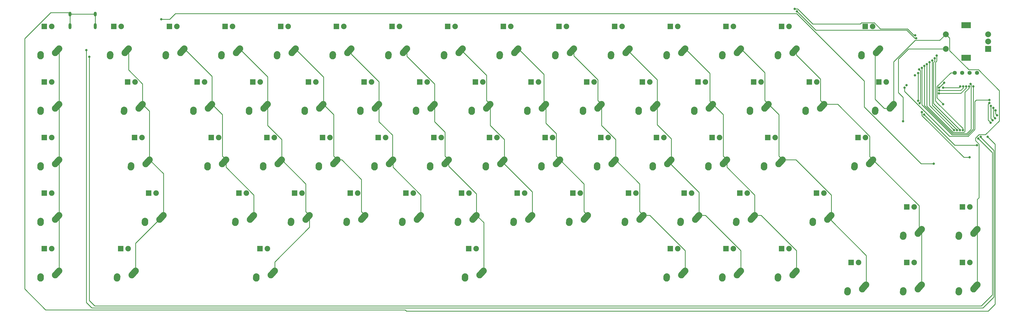
<source format=gbr>
%TF.GenerationSoftware,KiCad,Pcbnew,(5.1.9)-1*%
%TF.CreationDate,2021-07-17T19:30:38-07:00*%
%TF.ProjectId,unsplit-keyboard,756e7370-6c69-4742-9d6b-6579626f6172,rev?*%
%TF.SameCoordinates,Original*%
%TF.FileFunction,Copper,L1,Top*%
%TF.FilePolarity,Positive*%
%FSLAX46Y46*%
G04 Gerber Fmt 4.6, Leading zero omitted, Abs format (unit mm)*
G04 Created by KiCad (PCBNEW (5.1.9)-1) date 2021-07-17 19:30:38*
%MOMM*%
%LPD*%
G01*
G04 APERTURE LIST*
%TA.AperFunction,ComponentPad*%
%ADD10O,1.000000X2.100000*%
%TD*%
%TA.AperFunction,ComponentPad*%
%ADD11O,1.000000X1.600000*%
%TD*%
%TA.AperFunction,ComponentPad*%
%ADD12R,1.905000X1.905000*%
%TD*%
%TA.AperFunction,ComponentPad*%
%ADD13C,1.905000*%
%TD*%
%TA.AperFunction,ComponentPad*%
%ADD14C,2.250000*%
%TD*%
%TA.AperFunction,ComponentPad*%
%ADD15C,2.000000*%
%TD*%
%TA.AperFunction,ComponentPad*%
%ADD16R,3.200000X2.000000*%
%TD*%
%TA.AperFunction,ComponentPad*%
%ADD17R,2.000000X2.000000*%
%TD*%
%TA.AperFunction,ComponentPad*%
%ADD18C,1.397000*%
%TD*%
%TA.AperFunction,ViaPad*%
%ADD19C,0.800000*%
%TD*%
%TA.AperFunction,Conductor*%
%ADD20C,0.250000*%
%TD*%
G04 APERTURE END LIST*
D10*
%TO.P,USB1,13*%
%TO.N,GND*%
X32986250Y-20273750D03*
X41626250Y-20273750D03*
D11*
X32986250Y-16093750D03*
X41626250Y-16093750D03*
%TD*%
D12*
%TO.P,MX30,4*%
%TO.N,N/C*%
X309821580Y-39370000D03*
D13*
%TO.P,MX30,3*%
X312361580Y-39370000D03*
D14*
%TO.P,MX30,1*%
%TO.N,COL14*%
X313591580Y-48450000D03*
%TA.AperFunction,ComponentPad*%
G36*
G01*
X315654352Y-46153962D02*
X315652897Y-46152655D01*
G75*
G02*
X315738925Y-47741317I-751317J-837345D01*
G01*
X314428923Y-49201317D01*
G75*
G02*
X312840261Y-49287345I-837345J751317D01*
G01*
X312840261Y-49287345D01*
G75*
G02*
X312754233Y-47698683I751317J837345D01*
G01*
X314064235Y-46238683D01*
G75*
G02*
X315652897Y-46152655I837345J-751317D01*
G01*
G37*
%TD.AperFunction*%
%TO.P,MX30,2*%
%TO.N,Net-(D30-Pad1)*%
X308551580Y-49530000D03*
%TA.AperFunction,ComponentPad*%
G36*
G01*
X308670056Y-47827740D02*
X308668983Y-47827666D01*
G75*
G02*
X309713914Y-49027403I-77403J-1122334D01*
G01*
X309673914Y-49607403D01*
G75*
G02*
X308474177Y-50652334I-1122334J77403D01*
G01*
X308474177Y-50652334D01*
G75*
G02*
X307429246Y-49452597I77403J1122334D01*
G01*
X307469246Y-48872597D01*
G75*
G02*
X308668983Y-47827666I1122334J-77403D01*
G01*
G37*
%TD.AperFunction*%
%TD*%
%TO.P,MX44,2*%
%TO.N,Net-(D44-Pad1)*%
%TA.AperFunction,ComponentPad*%
G36*
G01*
X301584726Y-66877740D02*
X301583653Y-66877666D01*
G75*
G02*
X302628584Y-68077403I-77403J-1122334D01*
G01*
X302588584Y-68657403D01*
G75*
G02*
X301388847Y-69702334I-1122334J77403D01*
G01*
X301388847Y-69702334D01*
G75*
G02*
X300343916Y-68502597I77403J1122334D01*
G01*
X300383916Y-67922597D01*
G75*
G02*
X301583653Y-66877666I1122334J-77403D01*
G01*
G37*
%TD.AperFunction*%
X301466250Y-68580000D03*
%TO.P,MX44,1*%
%TO.N,COL13*%
%TA.AperFunction,ComponentPad*%
G36*
G01*
X308569022Y-65203962D02*
X308567567Y-65202655D01*
G75*
G02*
X308653595Y-66791317I-751317J-837345D01*
G01*
X307343593Y-68251317D01*
G75*
G02*
X305754931Y-68337345I-837345J751317D01*
G01*
X305754931Y-68337345D01*
G75*
G02*
X305668903Y-66748683I751317J837345D01*
G01*
X306978905Y-65288683D01*
G75*
G02*
X308567567Y-65202655I837345J-751317D01*
G01*
G37*
%TD.AperFunction*%
X306506250Y-67500000D03*
D13*
%TO.P,MX44,3*%
%TO.N,N/C*%
X305276250Y-58420000D03*
D12*
%TO.P,MX44,4*%
X302736250Y-58420000D03*
%TD*%
D15*
%TO.P,ENC1,S1*%
%TO.N,COL14*%
X332718000Y-22990800D03*
%TO.P,ENC1,S2*%
%TO.N,R_ENC*%
X332718000Y-27990800D03*
D16*
%TO.P,ENC1,MP*%
%TO.N,N/C*%
X339718000Y-19890800D03*
X339718000Y-31090800D03*
D15*
%TO.P,ENC1,B*%
%TO.N,ROT_B*%
X347218000Y-22990800D03*
%TO.P,ENC1,C*%
%TO.N,GND*%
X347218000Y-25490800D03*
D17*
%TO.P,ENC1,A*%
%TO.N,ROT_A*%
X347218000Y-27990800D03*
%TD*%
%TO.P,MX2,2*%
%TO.N,Net-(D2-Pad1)*%
%TA.AperFunction,ComponentPad*%
G36*
G01*
X46790976Y-28777740D02*
X46789903Y-28777666D01*
G75*
G02*
X47834834Y-29977403I-77403J-1122334D01*
G01*
X47794834Y-30557403D01*
G75*
G02*
X46595097Y-31602334I-1122334J77403D01*
G01*
X46595097Y-31602334D01*
G75*
G02*
X45550166Y-30402597I77403J1122334D01*
G01*
X45590166Y-29822597D01*
G75*
G02*
X46789903Y-28777666I1122334J-77403D01*
G01*
G37*
%TD.AperFunction*%
D14*
X46672500Y-30480000D03*
%TO.P,MX2,1*%
%TO.N,COL1*%
%TA.AperFunction,ComponentPad*%
G36*
G01*
X53775272Y-27103962D02*
X53773817Y-27102655D01*
G75*
G02*
X53859845Y-28691317I-751317J-837345D01*
G01*
X52549843Y-30151317D01*
G75*
G02*
X50961181Y-30237345I-837345J751317D01*
G01*
X50961181Y-30237345D01*
G75*
G02*
X50875153Y-28648683I751317J837345D01*
G01*
X52185155Y-27188683D01*
G75*
G02*
X53773817Y-27102655I837345J-751317D01*
G01*
G37*
%TD.AperFunction*%
X51712500Y-29400000D03*
D13*
%TO.P,MX2,3*%
%TO.N,N/C*%
X50482500Y-20320000D03*
D12*
%TO.P,MX2,4*%
X47942500Y-20320000D03*
%TD*%
D18*
%TO.P,OL1,4*%
%TO.N,GND*%
X343408000Y-36195000D03*
%TO.P,OL1,3*%
%TO.N,VCC*%
X340868000Y-36195000D03*
%TO.P,OL1,2*%
%TO.N,SCL*%
X338328000Y-36195000D03*
%TO.P,OL1,1*%
%TO.N,SDA*%
X335788000Y-36195000D03*
%TD*%
%TO.P,MX69,2*%
%TO.N,Net-(D69-Pad1)*%
%TA.AperFunction,ComponentPad*%
G36*
G01*
X337303476Y-109740240D02*
X337302403Y-109740166D01*
G75*
G02*
X338347334Y-110939903I-77403J-1122334D01*
G01*
X338307334Y-111519903D01*
G75*
G02*
X337107597Y-112564834I-1122334J77403D01*
G01*
X337107597Y-112564834D01*
G75*
G02*
X336062666Y-111365097I77403J1122334D01*
G01*
X336102666Y-110785097D01*
G75*
G02*
X337302403Y-109740166I1122334J-77403D01*
G01*
G37*
%TD.AperFunction*%
D14*
X337185000Y-111442500D03*
%TO.P,MX69,1*%
%TO.N,COL14*%
%TA.AperFunction,ComponentPad*%
G36*
G01*
X344287772Y-108066462D02*
X344286317Y-108065155D01*
G75*
G02*
X344372345Y-109653817I-751317J-837345D01*
G01*
X343062343Y-111113817D01*
G75*
G02*
X341473681Y-111199845I-837345J751317D01*
G01*
X341473681Y-111199845D01*
G75*
G02*
X341387653Y-109611183I751317J837345D01*
G01*
X342697655Y-108151183D01*
G75*
G02*
X344286317Y-108065155I837345J-751317D01*
G01*
G37*
%TD.AperFunction*%
X342225000Y-110362500D03*
D13*
%TO.P,MX69,3*%
%TO.N,N/C*%
X340995000Y-101282500D03*
D12*
%TO.P,MX69,4*%
X338455000Y-101282500D03*
%TD*%
%TO.P,MX68,2*%
%TO.N,Net-(D68-Pad1)*%
%TA.AperFunction,ComponentPad*%
G36*
G01*
X318253476Y-109740240D02*
X318252403Y-109740166D01*
G75*
G02*
X319297334Y-110939903I-77403J-1122334D01*
G01*
X319257334Y-111519903D01*
G75*
G02*
X318057597Y-112564834I-1122334J77403D01*
G01*
X318057597Y-112564834D01*
G75*
G02*
X317012666Y-111365097I77403J1122334D01*
G01*
X317052666Y-110785097D01*
G75*
G02*
X318252403Y-109740166I1122334J-77403D01*
G01*
G37*
%TD.AperFunction*%
D14*
X318135000Y-111442500D03*
%TO.P,MX68,1*%
%TO.N,COL13*%
%TA.AperFunction,ComponentPad*%
G36*
G01*
X325237772Y-108066462D02*
X325236317Y-108065155D01*
G75*
G02*
X325322345Y-109653817I-751317J-837345D01*
G01*
X324012343Y-111113817D01*
G75*
G02*
X322423681Y-111199845I-837345J751317D01*
G01*
X322423681Y-111199845D01*
G75*
G02*
X322337653Y-109611183I751317J837345D01*
G01*
X323647655Y-108151183D01*
G75*
G02*
X325236317Y-108065155I837345J-751317D01*
G01*
G37*
%TD.AperFunction*%
X323175000Y-110362500D03*
D13*
%TO.P,MX68,3*%
%TO.N,N/C*%
X321945000Y-101282500D03*
D12*
%TO.P,MX68,4*%
X319405000Y-101282500D03*
%TD*%
%TO.P,MX67,2*%
%TO.N,Net-(D67-Pad1)*%
%TA.AperFunction,ComponentPad*%
G36*
G01*
X299203476Y-109740240D02*
X299202403Y-109740166D01*
G75*
G02*
X300247334Y-110939903I-77403J-1122334D01*
G01*
X300207334Y-111519903D01*
G75*
G02*
X299007597Y-112564834I-1122334J77403D01*
G01*
X299007597Y-112564834D01*
G75*
G02*
X297962666Y-111365097I77403J1122334D01*
G01*
X298002666Y-110785097D01*
G75*
G02*
X299202403Y-109740166I1122334J-77403D01*
G01*
G37*
%TD.AperFunction*%
D14*
X299085000Y-111442500D03*
%TO.P,MX67,1*%
%TO.N,COL12*%
%TA.AperFunction,ComponentPad*%
G36*
G01*
X306187772Y-108066462D02*
X306186317Y-108065155D01*
G75*
G02*
X306272345Y-109653817I-751317J-837345D01*
G01*
X304962343Y-111113817D01*
G75*
G02*
X303373681Y-111199845I-837345J751317D01*
G01*
X303373681Y-111199845D01*
G75*
G02*
X303287653Y-109611183I751317J837345D01*
G01*
X304597655Y-108151183D01*
G75*
G02*
X306186317Y-108065155I837345J-751317D01*
G01*
G37*
%TD.AperFunction*%
X304125000Y-110362500D03*
D13*
%TO.P,MX67,3*%
%TO.N,N/C*%
X302895000Y-101282500D03*
D12*
%TO.P,MX67,4*%
X300355000Y-101282500D03*
%TD*%
%TO.P,MX66,2*%
%TO.N,Net-(D66-Pad1)*%
%TA.AperFunction,ComponentPad*%
G36*
G01*
X275390976Y-104977740D02*
X275389903Y-104977666D01*
G75*
G02*
X276434834Y-106177403I-77403J-1122334D01*
G01*
X276394834Y-106757403D01*
G75*
G02*
X275195097Y-107802334I-1122334J77403D01*
G01*
X275195097Y-107802334D01*
G75*
G02*
X274150166Y-106602597I77403J1122334D01*
G01*
X274190166Y-106022597D01*
G75*
G02*
X275389903Y-104977666I1122334J-77403D01*
G01*
G37*
%TD.AperFunction*%
D14*
X275272500Y-106680000D03*
%TO.P,MX66,1*%
%TO.N,COL11*%
%TA.AperFunction,ComponentPad*%
G36*
G01*
X282375272Y-103303962D02*
X282373817Y-103302655D01*
G75*
G02*
X282459845Y-104891317I-751317J-837345D01*
G01*
X281149843Y-106351317D01*
G75*
G02*
X279561181Y-106437345I-837345J751317D01*
G01*
X279561181Y-106437345D01*
G75*
G02*
X279475153Y-104848683I751317J837345D01*
G01*
X280785155Y-103388683D01*
G75*
G02*
X282373817Y-103302655I837345J-751317D01*
G01*
G37*
%TD.AperFunction*%
X280312500Y-105600000D03*
D13*
%TO.P,MX66,3*%
%TO.N,N/C*%
X279082500Y-96520000D03*
D12*
%TO.P,MX66,4*%
X276542500Y-96520000D03*
%TD*%
%TO.P,MX65,2*%
%TO.N,Net-(D65-Pad1)*%
%TA.AperFunction,ComponentPad*%
G36*
G01*
X256340976Y-104977740D02*
X256339903Y-104977666D01*
G75*
G02*
X257384834Y-106177403I-77403J-1122334D01*
G01*
X257344834Y-106757403D01*
G75*
G02*
X256145097Y-107802334I-1122334J77403D01*
G01*
X256145097Y-107802334D01*
G75*
G02*
X255100166Y-106602597I77403J1122334D01*
G01*
X255140166Y-106022597D01*
G75*
G02*
X256339903Y-104977666I1122334J-77403D01*
G01*
G37*
%TD.AperFunction*%
D14*
X256222500Y-106680000D03*
%TO.P,MX65,1*%
%TO.N,COL10*%
%TA.AperFunction,ComponentPad*%
G36*
G01*
X263325272Y-103303962D02*
X263323817Y-103302655D01*
G75*
G02*
X263409845Y-104891317I-751317J-837345D01*
G01*
X262099843Y-106351317D01*
G75*
G02*
X260511181Y-106437345I-837345J751317D01*
G01*
X260511181Y-106437345D01*
G75*
G02*
X260425153Y-104848683I751317J837345D01*
G01*
X261735155Y-103388683D01*
G75*
G02*
X263323817Y-103302655I837345J-751317D01*
G01*
G37*
%TD.AperFunction*%
X261262500Y-105600000D03*
D13*
%TO.P,MX65,3*%
%TO.N,N/C*%
X260032500Y-96520000D03*
D12*
%TO.P,MX65,4*%
X257492500Y-96520000D03*
%TD*%
%TO.P,MX64,2*%
%TO.N,Net-(D64-Pad1)*%
%TA.AperFunction,ComponentPad*%
G36*
G01*
X237290976Y-104977740D02*
X237289903Y-104977666D01*
G75*
G02*
X238334834Y-106177403I-77403J-1122334D01*
G01*
X238294834Y-106757403D01*
G75*
G02*
X237095097Y-107802334I-1122334J77403D01*
G01*
X237095097Y-107802334D01*
G75*
G02*
X236050166Y-106602597I77403J1122334D01*
G01*
X236090166Y-106022597D01*
G75*
G02*
X237289903Y-104977666I1122334J-77403D01*
G01*
G37*
%TD.AperFunction*%
D14*
X237172500Y-106680000D03*
%TO.P,MX64,1*%
%TO.N,COL9*%
%TA.AperFunction,ComponentPad*%
G36*
G01*
X244275272Y-103303962D02*
X244273817Y-103302655D01*
G75*
G02*
X244359845Y-104891317I-751317J-837345D01*
G01*
X243049843Y-106351317D01*
G75*
G02*
X241461181Y-106437345I-837345J751317D01*
G01*
X241461181Y-106437345D01*
G75*
G02*
X241375153Y-104848683I751317J837345D01*
G01*
X242685155Y-103388683D01*
G75*
G02*
X244273817Y-103302655I837345J-751317D01*
G01*
G37*
%TD.AperFunction*%
X242212500Y-105600000D03*
D13*
%TO.P,MX64,3*%
%TO.N,N/C*%
X240982500Y-96520000D03*
D12*
%TO.P,MX64,4*%
X238442500Y-96520000D03*
%TD*%
%TO.P,MX63,2*%
%TO.N,Net-(D63-Pad1)*%
%TA.AperFunction,ComponentPad*%
G36*
G01*
X168266476Y-104977740D02*
X168265403Y-104977666D01*
G75*
G02*
X169310334Y-106177403I-77403J-1122334D01*
G01*
X169270334Y-106757403D01*
G75*
G02*
X168070597Y-107802334I-1122334J77403D01*
G01*
X168070597Y-107802334D01*
G75*
G02*
X167025666Y-106602597I77403J1122334D01*
G01*
X167065666Y-106022597D01*
G75*
G02*
X168265403Y-104977666I1122334J-77403D01*
G01*
G37*
%TD.AperFunction*%
D14*
X168148000Y-106680000D03*
%TO.P,MX63,1*%
%TO.N,COL6*%
%TA.AperFunction,ComponentPad*%
G36*
G01*
X175250772Y-103303962D02*
X175249317Y-103302655D01*
G75*
G02*
X175335345Y-104891317I-751317J-837345D01*
G01*
X174025343Y-106351317D01*
G75*
G02*
X172436681Y-106437345I-837345J751317D01*
G01*
X172436681Y-106437345D01*
G75*
G02*
X172350653Y-104848683I751317J837345D01*
G01*
X173660655Y-103388683D01*
G75*
G02*
X175249317Y-103302655I837345J-751317D01*
G01*
G37*
%TD.AperFunction*%
X173188000Y-105600000D03*
D13*
%TO.P,MX63,3*%
%TO.N,N/C*%
X171958000Y-96520000D03*
D12*
%TO.P,MX63,4*%
X169418000Y-96520000D03*
%TD*%
%TO.P,MX62,2*%
%TO.N,Net-(D62-Pad1)*%
%TA.AperFunction,ComponentPad*%
G36*
G01*
X96797226Y-104977740D02*
X96796153Y-104977666D01*
G75*
G02*
X97841084Y-106177403I-77403J-1122334D01*
G01*
X97801084Y-106757403D01*
G75*
G02*
X96601347Y-107802334I-1122334J77403D01*
G01*
X96601347Y-107802334D01*
G75*
G02*
X95556416Y-106602597I77403J1122334D01*
G01*
X95596416Y-106022597D01*
G75*
G02*
X96796153Y-104977666I1122334J-77403D01*
G01*
G37*
%TD.AperFunction*%
D14*
X96678750Y-106680000D03*
%TO.P,MX62,1*%
%TO.N,COL3*%
%TA.AperFunction,ComponentPad*%
G36*
G01*
X103781522Y-103303962D02*
X103780067Y-103302655D01*
G75*
G02*
X103866095Y-104891317I-751317J-837345D01*
G01*
X102556093Y-106351317D01*
G75*
G02*
X100967431Y-106437345I-837345J751317D01*
G01*
X100967431Y-106437345D01*
G75*
G02*
X100881403Y-104848683I751317J837345D01*
G01*
X102191405Y-103388683D01*
G75*
G02*
X103780067Y-103302655I837345J-751317D01*
G01*
G37*
%TD.AperFunction*%
X101718750Y-105600000D03*
D13*
%TO.P,MX62,3*%
%TO.N,N/C*%
X100488750Y-96520000D03*
D12*
%TO.P,MX62,4*%
X97948750Y-96520000D03*
%TD*%
%TO.P,MX61,2*%
%TO.N,Net-(D61-Pad1)*%
%TA.AperFunction,ComponentPad*%
G36*
G01*
X49172226Y-104977740D02*
X49171153Y-104977666D01*
G75*
G02*
X50216084Y-106177403I-77403J-1122334D01*
G01*
X50176084Y-106757403D01*
G75*
G02*
X48976347Y-107802334I-1122334J77403D01*
G01*
X48976347Y-107802334D01*
G75*
G02*
X47931416Y-106602597I77403J1122334D01*
G01*
X47971416Y-106022597D01*
G75*
G02*
X49171153Y-104977666I1122334J-77403D01*
G01*
G37*
%TD.AperFunction*%
D14*
X49053750Y-106680000D03*
%TO.P,MX61,1*%
%TO.N,COL1*%
%TA.AperFunction,ComponentPad*%
G36*
G01*
X56156522Y-103303962D02*
X56155067Y-103302655D01*
G75*
G02*
X56241095Y-104891317I-751317J-837345D01*
G01*
X54931093Y-106351317D01*
G75*
G02*
X53342431Y-106437345I-837345J751317D01*
G01*
X53342431Y-106437345D01*
G75*
G02*
X53256403Y-104848683I751317J837345D01*
G01*
X54566405Y-103388683D01*
G75*
G02*
X56155067Y-103302655I837345J-751317D01*
G01*
G37*
%TD.AperFunction*%
X54093750Y-105600000D03*
D13*
%TO.P,MX61,3*%
%TO.N,N/C*%
X52863750Y-96520000D03*
D12*
%TO.P,MX61,4*%
X50323750Y-96520000D03*
%TD*%
%TO.P,MX60,2*%
%TO.N,Net-(D60-Pad1)*%
%TA.AperFunction,ComponentPad*%
G36*
G01*
X22978476Y-104977740D02*
X22977403Y-104977666D01*
G75*
G02*
X24022334Y-106177403I-77403J-1122334D01*
G01*
X23982334Y-106757403D01*
G75*
G02*
X22782597Y-107802334I-1122334J77403D01*
G01*
X22782597Y-107802334D01*
G75*
G02*
X21737666Y-106602597I77403J1122334D01*
G01*
X21777666Y-106022597D01*
G75*
G02*
X22977403Y-104977666I1122334J-77403D01*
G01*
G37*
%TD.AperFunction*%
D14*
X22860000Y-106680000D03*
%TO.P,MX60,1*%
%TO.N,COL0*%
%TA.AperFunction,ComponentPad*%
G36*
G01*
X29962772Y-103303962D02*
X29961317Y-103302655D01*
G75*
G02*
X30047345Y-104891317I-751317J-837345D01*
G01*
X28737343Y-106351317D01*
G75*
G02*
X27148681Y-106437345I-837345J751317D01*
G01*
X27148681Y-106437345D01*
G75*
G02*
X27062653Y-104848683I751317J837345D01*
G01*
X28372655Y-103388683D01*
G75*
G02*
X29961317Y-103302655I837345J-751317D01*
G01*
G37*
%TD.AperFunction*%
X27900000Y-105600000D03*
D13*
%TO.P,MX60,3*%
%TO.N,N/C*%
X26670000Y-96520000D03*
D12*
%TO.P,MX60,4*%
X24130000Y-96520000D03*
%TD*%
%TO.P,MX59,2*%
%TO.N,Net-(D59-Pad1)*%
%TA.AperFunction,ComponentPad*%
G36*
G01*
X337303476Y-90690240D02*
X337302403Y-90690166D01*
G75*
G02*
X338347334Y-91889903I-77403J-1122334D01*
G01*
X338307334Y-92469903D01*
G75*
G02*
X337107597Y-93514834I-1122334J77403D01*
G01*
X337107597Y-93514834D01*
G75*
G02*
X336062666Y-92315097I77403J1122334D01*
G01*
X336102666Y-91735097D01*
G75*
G02*
X337302403Y-90690166I1122334J-77403D01*
G01*
G37*
%TD.AperFunction*%
D14*
X337185000Y-92392500D03*
%TO.P,MX59,1*%
%TO.N,COL14*%
%TA.AperFunction,ComponentPad*%
G36*
G01*
X344287772Y-89016462D02*
X344286317Y-89015155D01*
G75*
G02*
X344372345Y-90603817I-751317J-837345D01*
G01*
X343062343Y-92063817D01*
G75*
G02*
X341473681Y-92149845I-837345J751317D01*
G01*
X341473681Y-92149845D01*
G75*
G02*
X341387653Y-90561183I751317J837345D01*
G01*
X342697655Y-89101183D01*
G75*
G02*
X344286317Y-89015155I837345J-751317D01*
G01*
G37*
%TD.AperFunction*%
X342225000Y-91312500D03*
D13*
%TO.P,MX59,3*%
%TO.N,N/C*%
X340995000Y-82232500D03*
D12*
%TO.P,MX59,4*%
X338455000Y-82232500D03*
%TD*%
%TO.P,MX58,2*%
%TO.N,Net-(D58-Pad1)*%
%TA.AperFunction,ComponentPad*%
G36*
G01*
X318253476Y-90690240D02*
X318252403Y-90690166D01*
G75*
G02*
X319297334Y-91889903I-77403J-1122334D01*
G01*
X319257334Y-92469903D01*
G75*
G02*
X318057597Y-93514834I-1122334J77403D01*
G01*
X318057597Y-93514834D01*
G75*
G02*
X317012666Y-92315097I77403J1122334D01*
G01*
X317052666Y-91735097D01*
G75*
G02*
X318252403Y-90690166I1122334J-77403D01*
G01*
G37*
%TD.AperFunction*%
D14*
X318135000Y-92392500D03*
%TO.P,MX58,1*%
%TO.N,COL13*%
%TA.AperFunction,ComponentPad*%
G36*
G01*
X325237772Y-89016462D02*
X325236317Y-89015155D01*
G75*
G02*
X325322345Y-90603817I-751317J-837345D01*
G01*
X324012343Y-92063817D01*
G75*
G02*
X322423681Y-92149845I-837345J751317D01*
G01*
X322423681Y-92149845D01*
G75*
G02*
X322337653Y-90561183I751317J837345D01*
G01*
X323647655Y-89101183D01*
G75*
G02*
X325236317Y-89015155I837345J-751317D01*
G01*
G37*
%TD.AperFunction*%
X323175000Y-91312500D03*
D13*
%TO.P,MX58,3*%
%TO.N,N/C*%
X321945000Y-82232500D03*
D12*
%TO.P,MX58,4*%
X319405000Y-82232500D03*
%TD*%
%TO.P,MX57,2*%
%TO.N,Net-(D57-Pad1)*%
%TA.AperFunction,ComponentPad*%
G36*
G01*
X287297226Y-85927740D02*
X287296153Y-85927666D01*
G75*
G02*
X288341084Y-87127403I-77403J-1122334D01*
G01*
X288301084Y-87707403D01*
G75*
G02*
X287101347Y-88752334I-1122334J77403D01*
G01*
X287101347Y-88752334D01*
G75*
G02*
X286056416Y-87552597I77403J1122334D01*
G01*
X286096416Y-86972597D01*
G75*
G02*
X287296153Y-85927666I1122334J-77403D01*
G01*
G37*
%TD.AperFunction*%
D14*
X287178750Y-87630000D03*
%TO.P,MX57,1*%
%TO.N,COL12*%
%TA.AperFunction,ComponentPad*%
G36*
G01*
X294281522Y-84253962D02*
X294280067Y-84252655D01*
G75*
G02*
X294366095Y-85841317I-751317J-837345D01*
G01*
X293056093Y-87301317D01*
G75*
G02*
X291467431Y-87387345I-837345J751317D01*
G01*
X291467431Y-87387345D01*
G75*
G02*
X291381403Y-85798683I751317J837345D01*
G01*
X292691405Y-84338683D01*
G75*
G02*
X294280067Y-84252655I837345J-751317D01*
G01*
G37*
%TD.AperFunction*%
X292218750Y-86550000D03*
D13*
%TO.P,MX57,3*%
%TO.N,N/C*%
X290988750Y-77470000D03*
D12*
%TO.P,MX57,4*%
X288448750Y-77470000D03*
%TD*%
%TO.P,MX56,2*%
%TO.N,Net-(D56-Pad1)*%
%TA.AperFunction,ComponentPad*%
G36*
G01*
X261103476Y-85927740D02*
X261102403Y-85927666D01*
G75*
G02*
X262147334Y-87127403I-77403J-1122334D01*
G01*
X262107334Y-87707403D01*
G75*
G02*
X260907597Y-88752334I-1122334J77403D01*
G01*
X260907597Y-88752334D01*
G75*
G02*
X259862666Y-87552597I77403J1122334D01*
G01*
X259902666Y-86972597D01*
G75*
G02*
X261102403Y-85927666I1122334J-77403D01*
G01*
G37*
%TD.AperFunction*%
D14*
X260985000Y-87630000D03*
%TO.P,MX56,1*%
%TO.N,COL11*%
%TA.AperFunction,ComponentPad*%
G36*
G01*
X268087772Y-84253962D02*
X268086317Y-84252655D01*
G75*
G02*
X268172345Y-85841317I-751317J-837345D01*
G01*
X266862343Y-87301317D01*
G75*
G02*
X265273681Y-87387345I-837345J751317D01*
G01*
X265273681Y-87387345D01*
G75*
G02*
X265187653Y-85798683I751317J837345D01*
G01*
X266497655Y-84338683D01*
G75*
G02*
X268086317Y-84252655I837345J-751317D01*
G01*
G37*
%TD.AperFunction*%
X266025000Y-86550000D03*
D13*
%TO.P,MX56,3*%
%TO.N,N/C*%
X264795000Y-77470000D03*
D12*
%TO.P,MX56,4*%
X262255000Y-77470000D03*
%TD*%
%TO.P,MX55,2*%
%TO.N,Net-(D55-Pad1)*%
%TA.AperFunction,ComponentPad*%
G36*
G01*
X242053476Y-85927740D02*
X242052403Y-85927666D01*
G75*
G02*
X243097334Y-87127403I-77403J-1122334D01*
G01*
X243057334Y-87707403D01*
G75*
G02*
X241857597Y-88752334I-1122334J77403D01*
G01*
X241857597Y-88752334D01*
G75*
G02*
X240812666Y-87552597I77403J1122334D01*
G01*
X240852666Y-86972597D01*
G75*
G02*
X242052403Y-85927666I1122334J-77403D01*
G01*
G37*
%TD.AperFunction*%
D14*
X241935000Y-87630000D03*
%TO.P,MX55,1*%
%TO.N,COL10*%
%TA.AperFunction,ComponentPad*%
G36*
G01*
X249037772Y-84253962D02*
X249036317Y-84252655D01*
G75*
G02*
X249122345Y-85841317I-751317J-837345D01*
G01*
X247812343Y-87301317D01*
G75*
G02*
X246223681Y-87387345I-837345J751317D01*
G01*
X246223681Y-87387345D01*
G75*
G02*
X246137653Y-85798683I751317J837345D01*
G01*
X247447655Y-84338683D01*
G75*
G02*
X249036317Y-84252655I837345J-751317D01*
G01*
G37*
%TD.AperFunction*%
X246975000Y-86550000D03*
D13*
%TO.P,MX55,3*%
%TO.N,N/C*%
X245745000Y-77470000D03*
D12*
%TO.P,MX55,4*%
X243205000Y-77470000D03*
%TD*%
%TO.P,MX54,2*%
%TO.N,Net-(D54-Pad1)*%
%TA.AperFunction,ComponentPad*%
G36*
G01*
X223003476Y-85927740D02*
X223002403Y-85927666D01*
G75*
G02*
X224047334Y-87127403I-77403J-1122334D01*
G01*
X224007334Y-87707403D01*
G75*
G02*
X222807597Y-88752334I-1122334J77403D01*
G01*
X222807597Y-88752334D01*
G75*
G02*
X221762666Y-87552597I77403J1122334D01*
G01*
X221802666Y-86972597D01*
G75*
G02*
X223002403Y-85927666I1122334J-77403D01*
G01*
G37*
%TD.AperFunction*%
D14*
X222885000Y-87630000D03*
%TO.P,MX54,1*%
%TO.N,COL9*%
%TA.AperFunction,ComponentPad*%
G36*
G01*
X229987772Y-84253962D02*
X229986317Y-84252655D01*
G75*
G02*
X230072345Y-85841317I-751317J-837345D01*
G01*
X228762343Y-87301317D01*
G75*
G02*
X227173681Y-87387345I-837345J751317D01*
G01*
X227173681Y-87387345D01*
G75*
G02*
X227087653Y-85798683I751317J837345D01*
G01*
X228397655Y-84338683D01*
G75*
G02*
X229986317Y-84252655I837345J-751317D01*
G01*
G37*
%TD.AperFunction*%
X227925000Y-86550000D03*
D13*
%TO.P,MX54,3*%
%TO.N,N/C*%
X226695000Y-77470000D03*
D12*
%TO.P,MX54,4*%
X224155000Y-77470000D03*
%TD*%
%TO.P,MX53,2*%
%TO.N,Net-(D53-Pad1)*%
%TA.AperFunction,ComponentPad*%
G36*
G01*
X203953476Y-85927740D02*
X203952403Y-85927666D01*
G75*
G02*
X204997334Y-87127403I-77403J-1122334D01*
G01*
X204957334Y-87707403D01*
G75*
G02*
X203757597Y-88752334I-1122334J77403D01*
G01*
X203757597Y-88752334D01*
G75*
G02*
X202712666Y-87552597I77403J1122334D01*
G01*
X202752666Y-86972597D01*
G75*
G02*
X203952403Y-85927666I1122334J-77403D01*
G01*
G37*
%TD.AperFunction*%
D14*
X203835000Y-87630000D03*
%TO.P,MX53,1*%
%TO.N,COL8*%
%TA.AperFunction,ComponentPad*%
G36*
G01*
X210937772Y-84253962D02*
X210936317Y-84252655D01*
G75*
G02*
X211022345Y-85841317I-751317J-837345D01*
G01*
X209712343Y-87301317D01*
G75*
G02*
X208123681Y-87387345I-837345J751317D01*
G01*
X208123681Y-87387345D01*
G75*
G02*
X208037653Y-85798683I751317J837345D01*
G01*
X209347655Y-84338683D01*
G75*
G02*
X210936317Y-84252655I837345J-751317D01*
G01*
G37*
%TD.AperFunction*%
X208875000Y-86550000D03*
D13*
%TO.P,MX53,3*%
%TO.N,N/C*%
X207645000Y-77470000D03*
D12*
%TO.P,MX53,4*%
X205105000Y-77470000D03*
%TD*%
%TO.P,MX52,2*%
%TO.N,Net-(D52-Pad1)*%
%TA.AperFunction,ComponentPad*%
G36*
G01*
X184903476Y-85927740D02*
X184902403Y-85927666D01*
G75*
G02*
X185947334Y-87127403I-77403J-1122334D01*
G01*
X185907334Y-87707403D01*
G75*
G02*
X184707597Y-88752334I-1122334J77403D01*
G01*
X184707597Y-88752334D01*
G75*
G02*
X183662666Y-87552597I77403J1122334D01*
G01*
X183702666Y-86972597D01*
G75*
G02*
X184902403Y-85927666I1122334J-77403D01*
G01*
G37*
%TD.AperFunction*%
D14*
X184785000Y-87630000D03*
%TO.P,MX52,1*%
%TO.N,COL7*%
%TA.AperFunction,ComponentPad*%
G36*
G01*
X191887772Y-84253962D02*
X191886317Y-84252655D01*
G75*
G02*
X191972345Y-85841317I-751317J-837345D01*
G01*
X190662343Y-87301317D01*
G75*
G02*
X189073681Y-87387345I-837345J751317D01*
G01*
X189073681Y-87387345D01*
G75*
G02*
X188987653Y-85798683I751317J837345D01*
G01*
X190297655Y-84338683D01*
G75*
G02*
X191886317Y-84252655I837345J-751317D01*
G01*
G37*
%TD.AperFunction*%
X189825000Y-86550000D03*
D13*
%TO.P,MX52,3*%
%TO.N,N/C*%
X188595000Y-77470000D03*
D12*
%TO.P,MX52,4*%
X186055000Y-77470000D03*
%TD*%
%TO.P,MX51,2*%
%TO.N,Net-(D51-Pad1)*%
%TA.AperFunction,ComponentPad*%
G36*
G01*
X165853476Y-85927740D02*
X165852403Y-85927666D01*
G75*
G02*
X166897334Y-87127403I-77403J-1122334D01*
G01*
X166857334Y-87707403D01*
G75*
G02*
X165657597Y-88752334I-1122334J77403D01*
G01*
X165657597Y-88752334D01*
G75*
G02*
X164612666Y-87552597I77403J1122334D01*
G01*
X164652666Y-86972597D01*
G75*
G02*
X165852403Y-85927666I1122334J-77403D01*
G01*
G37*
%TD.AperFunction*%
D14*
X165735000Y-87630000D03*
%TO.P,MX51,1*%
%TO.N,COL6*%
%TA.AperFunction,ComponentPad*%
G36*
G01*
X172837772Y-84253962D02*
X172836317Y-84252655D01*
G75*
G02*
X172922345Y-85841317I-751317J-837345D01*
G01*
X171612343Y-87301317D01*
G75*
G02*
X170023681Y-87387345I-837345J751317D01*
G01*
X170023681Y-87387345D01*
G75*
G02*
X169937653Y-85798683I751317J837345D01*
G01*
X171247655Y-84338683D01*
G75*
G02*
X172836317Y-84252655I837345J-751317D01*
G01*
G37*
%TD.AperFunction*%
X170775000Y-86550000D03*
D13*
%TO.P,MX51,3*%
%TO.N,N/C*%
X169545000Y-77470000D03*
D12*
%TO.P,MX51,4*%
X167005000Y-77470000D03*
%TD*%
%TO.P,MX50,2*%
%TO.N,Net-(D50-Pad1)*%
%TA.AperFunction,ComponentPad*%
G36*
G01*
X146803476Y-85927740D02*
X146802403Y-85927666D01*
G75*
G02*
X147847334Y-87127403I-77403J-1122334D01*
G01*
X147807334Y-87707403D01*
G75*
G02*
X146607597Y-88752334I-1122334J77403D01*
G01*
X146607597Y-88752334D01*
G75*
G02*
X145562666Y-87552597I77403J1122334D01*
G01*
X145602666Y-86972597D01*
G75*
G02*
X146802403Y-85927666I1122334J-77403D01*
G01*
G37*
%TD.AperFunction*%
D14*
X146685000Y-87630000D03*
%TO.P,MX50,1*%
%TO.N,COL5*%
%TA.AperFunction,ComponentPad*%
G36*
G01*
X153787772Y-84253962D02*
X153786317Y-84252655D01*
G75*
G02*
X153872345Y-85841317I-751317J-837345D01*
G01*
X152562343Y-87301317D01*
G75*
G02*
X150973681Y-87387345I-837345J751317D01*
G01*
X150973681Y-87387345D01*
G75*
G02*
X150887653Y-85798683I751317J837345D01*
G01*
X152197655Y-84338683D01*
G75*
G02*
X153786317Y-84252655I837345J-751317D01*
G01*
G37*
%TD.AperFunction*%
X151725000Y-86550000D03*
D13*
%TO.P,MX50,3*%
%TO.N,N/C*%
X150495000Y-77470000D03*
D12*
%TO.P,MX50,4*%
X147955000Y-77470000D03*
%TD*%
%TO.P,MX49,2*%
%TO.N,Net-(D49-Pad1)*%
%TA.AperFunction,ComponentPad*%
G36*
G01*
X127753476Y-85927740D02*
X127752403Y-85927666D01*
G75*
G02*
X128797334Y-87127403I-77403J-1122334D01*
G01*
X128757334Y-87707403D01*
G75*
G02*
X127557597Y-88752334I-1122334J77403D01*
G01*
X127557597Y-88752334D01*
G75*
G02*
X126512666Y-87552597I77403J1122334D01*
G01*
X126552666Y-86972597D01*
G75*
G02*
X127752403Y-85927666I1122334J-77403D01*
G01*
G37*
%TD.AperFunction*%
D14*
X127635000Y-87630000D03*
%TO.P,MX49,1*%
%TO.N,COL4*%
%TA.AperFunction,ComponentPad*%
G36*
G01*
X134737772Y-84253962D02*
X134736317Y-84252655D01*
G75*
G02*
X134822345Y-85841317I-751317J-837345D01*
G01*
X133512343Y-87301317D01*
G75*
G02*
X131923681Y-87387345I-837345J751317D01*
G01*
X131923681Y-87387345D01*
G75*
G02*
X131837653Y-85798683I751317J837345D01*
G01*
X133147655Y-84338683D01*
G75*
G02*
X134736317Y-84252655I837345J-751317D01*
G01*
G37*
%TD.AperFunction*%
X132675000Y-86550000D03*
D13*
%TO.P,MX49,3*%
%TO.N,N/C*%
X131445000Y-77470000D03*
D12*
%TO.P,MX49,4*%
X128905000Y-77470000D03*
%TD*%
%TO.P,MX48,2*%
%TO.N,Net-(D48-Pad1)*%
%TA.AperFunction,ComponentPad*%
G36*
G01*
X108703476Y-85927740D02*
X108702403Y-85927666D01*
G75*
G02*
X109747334Y-87127403I-77403J-1122334D01*
G01*
X109707334Y-87707403D01*
G75*
G02*
X108507597Y-88752334I-1122334J77403D01*
G01*
X108507597Y-88752334D01*
G75*
G02*
X107462666Y-87552597I77403J1122334D01*
G01*
X107502666Y-86972597D01*
G75*
G02*
X108702403Y-85927666I1122334J-77403D01*
G01*
G37*
%TD.AperFunction*%
D14*
X108585000Y-87630000D03*
%TO.P,MX48,1*%
%TO.N,COL3*%
%TA.AperFunction,ComponentPad*%
G36*
G01*
X115687772Y-84253962D02*
X115686317Y-84252655D01*
G75*
G02*
X115772345Y-85841317I-751317J-837345D01*
G01*
X114462343Y-87301317D01*
G75*
G02*
X112873681Y-87387345I-837345J751317D01*
G01*
X112873681Y-87387345D01*
G75*
G02*
X112787653Y-85798683I751317J837345D01*
G01*
X114097655Y-84338683D01*
G75*
G02*
X115686317Y-84252655I837345J-751317D01*
G01*
G37*
%TD.AperFunction*%
X113625000Y-86550000D03*
D13*
%TO.P,MX48,3*%
%TO.N,N/C*%
X112395000Y-77470000D03*
D12*
%TO.P,MX48,4*%
X109855000Y-77470000D03*
%TD*%
%TO.P,MX47,2*%
%TO.N,Net-(D47-Pad1)*%
%TA.AperFunction,ComponentPad*%
G36*
G01*
X89653476Y-85927740D02*
X89652403Y-85927666D01*
G75*
G02*
X90697334Y-87127403I-77403J-1122334D01*
G01*
X90657334Y-87707403D01*
G75*
G02*
X89457597Y-88752334I-1122334J77403D01*
G01*
X89457597Y-88752334D01*
G75*
G02*
X88412666Y-87552597I77403J1122334D01*
G01*
X88452666Y-86972597D01*
G75*
G02*
X89652403Y-85927666I1122334J-77403D01*
G01*
G37*
%TD.AperFunction*%
D14*
X89535000Y-87630000D03*
%TO.P,MX47,1*%
%TO.N,COL2*%
%TA.AperFunction,ComponentPad*%
G36*
G01*
X96637772Y-84253962D02*
X96636317Y-84252655D01*
G75*
G02*
X96722345Y-85841317I-751317J-837345D01*
G01*
X95412343Y-87301317D01*
G75*
G02*
X93823681Y-87387345I-837345J751317D01*
G01*
X93823681Y-87387345D01*
G75*
G02*
X93737653Y-85798683I751317J837345D01*
G01*
X95047655Y-84338683D01*
G75*
G02*
X96636317Y-84252655I837345J-751317D01*
G01*
G37*
%TD.AperFunction*%
X94575000Y-86550000D03*
D13*
%TO.P,MX47,3*%
%TO.N,N/C*%
X93345000Y-77470000D03*
D12*
%TO.P,MX47,4*%
X90805000Y-77470000D03*
%TD*%
%TO.P,MX46,2*%
%TO.N,Net-(D46-Pad1)*%
%TA.AperFunction,ComponentPad*%
G36*
G01*
X58697226Y-85927740D02*
X58696153Y-85927666D01*
G75*
G02*
X59741084Y-87127403I-77403J-1122334D01*
G01*
X59701084Y-87707403D01*
G75*
G02*
X58501347Y-88752334I-1122334J77403D01*
G01*
X58501347Y-88752334D01*
G75*
G02*
X57456416Y-87552597I77403J1122334D01*
G01*
X57496416Y-86972597D01*
G75*
G02*
X58696153Y-85927666I1122334J-77403D01*
G01*
G37*
%TD.AperFunction*%
D14*
X58578750Y-87630000D03*
%TO.P,MX46,1*%
%TO.N,COL1*%
%TA.AperFunction,ComponentPad*%
G36*
G01*
X65681522Y-84253962D02*
X65680067Y-84252655D01*
G75*
G02*
X65766095Y-85841317I-751317J-837345D01*
G01*
X64456093Y-87301317D01*
G75*
G02*
X62867431Y-87387345I-837345J751317D01*
G01*
X62867431Y-87387345D01*
G75*
G02*
X62781403Y-85798683I751317J837345D01*
G01*
X64091405Y-84338683D01*
G75*
G02*
X65680067Y-84252655I837345J-751317D01*
G01*
G37*
%TD.AperFunction*%
X63618750Y-86550000D03*
D13*
%TO.P,MX46,3*%
%TO.N,N/C*%
X62388750Y-77470000D03*
D12*
%TO.P,MX46,4*%
X59848750Y-77470000D03*
%TD*%
%TO.P,MX45,2*%
%TO.N,Net-(D45-Pad1)*%
%TA.AperFunction,ComponentPad*%
G36*
G01*
X22978476Y-85927740D02*
X22977403Y-85927666D01*
G75*
G02*
X24022334Y-87127403I-77403J-1122334D01*
G01*
X23982334Y-87707403D01*
G75*
G02*
X22782597Y-88752334I-1122334J77403D01*
G01*
X22782597Y-88752334D01*
G75*
G02*
X21737666Y-87552597I77403J1122334D01*
G01*
X21777666Y-86972597D01*
G75*
G02*
X22977403Y-85927666I1122334J-77403D01*
G01*
G37*
%TD.AperFunction*%
D14*
X22860000Y-87630000D03*
%TO.P,MX45,1*%
%TO.N,COL0*%
%TA.AperFunction,ComponentPad*%
G36*
G01*
X29962772Y-84253962D02*
X29961317Y-84252655D01*
G75*
G02*
X30047345Y-85841317I-751317J-837345D01*
G01*
X28737343Y-87301317D01*
G75*
G02*
X27148681Y-87387345I-837345J751317D01*
G01*
X27148681Y-87387345D01*
G75*
G02*
X27062653Y-85798683I751317J837345D01*
G01*
X28372655Y-84338683D01*
G75*
G02*
X29961317Y-84252655I837345J-751317D01*
G01*
G37*
%TD.AperFunction*%
X27900000Y-86550000D03*
D13*
%TO.P,MX45,3*%
%TO.N,N/C*%
X26670000Y-77470000D03*
D12*
%TO.P,MX45,4*%
X24130000Y-77470000D03*
%TD*%
%TO.P,MX43,2*%
%TO.N,Net-(D43-Pad1)*%
%TA.AperFunction,ComponentPad*%
G36*
G01*
X270628476Y-66877740D02*
X270627403Y-66877666D01*
G75*
G02*
X271672334Y-68077403I-77403J-1122334D01*
G01*
X271632334Y-68657403D01*
G75*
G02*
X270432597Y-69702334I-1122334J77403D01*
G01*
X270432597Y-69702334D01*
G75*
G02*
X269387666Y-68502597I77403J1122334D01*
G01*
X269427666Y-67922597D01*
G75*
G02*
X270627403Y-66877666I1122334J-77403D01*
G01*
G37*
%TD.AperFunction*%
D14*
X270510000Y-68580000D03*
%TO.P,MX43,1*%
%TO.N,COL12*%
%TA.AperFunction,ComponentPad*%
G36*
G01*
X277612772Y-65203962D02*
X277611317Y-65202655D01*
G75*
G02*
X277697345Y-66791317I-751317J-837345D01*
G01*
X276387343Y-68251317D01*
G75*
G02*
X274798681Y-68337345I-837345J751317D01*
G01*
X274798681Y-68337345D01*
G75*
G02*
X274712653Y-66748683I751317J837345D01*
G01*
X276022655Y-65288683D01*
G75*
G02*
X277611317Y-65202655I837345J-751317D01*
G01*
G37*
%TD.AperFunction*%
X275550000Y-67500000D03*
D13*
%TO.P,MX43,3*%
%TO.N,N/C*%
X274320000Y-58420000D03*
D12*
%TO.P,MX43,4*%
X271780000Y-58420000D03*
%TD*%
%TO.P,MX42,2*%
%TO.N,Net-(D42-Pad1)*%
%TA.AperFunction,ComponentPad*%
G36*
G01*
X251578476Y-66877740D02*
X251577403Y-66877666D01*
G75*
G02*
X252622334Y-68077403I-77403J-1122334D01*
G01*
X252582334Y-68657403D01*
G75*
G02*
X251382597Y-69702334I-1122334J77403D01*
G01*
X251382597Y-69702334D01*
G75*
G02*
X250337666Y-68502597I77403J1122334D01*
G01*
X250377666Y-67922597D01*
G75*
G02*
X251577403Y-66877666I1122334J-77403D01*
G01*
G37*
%TD.AperFunction*%
D14*
X251460000Y-68580000D03*
%TO.P,MX42,1*%
%TO.N,COL11*%
%TA.AperFunction,ComponentPad*%
G36*
G01*
X258562772Y-65203962D02*
X258561317Y-65202655D01*
G75*
G02*
X258647345Y-66791317I-751317J-837345D01*
G01*
X257337343Y-68251317D01*
G75*
G02*
X255748681Y-68337345I-837345J751317D01*
G01*
X255748681Y-68337345D01*
G75*
G02*
X255662653Y-66748683I751317J837345D01*
G01*
X256972655Y-65288683D01*
G75*
G02*
X258561317Y-65202655I837345J-751317D01*
G01*
G37*
%TD.AperFunction*%
X256500000Y-67500000D03*
D13*
%TO.P,MX42,3*%
%TO.N,N/C*%
X255270000Y-58420000D03*
D12*
%TO.P,MX42,4*%
X252730000Y-58420000D03*
%TD*%
%TO.P,MX41,2*%
%TO.N,Net-(D41-Pad1)*%
%TA.AperFunction,ComponentPad*%
G36*
G01*
X232528476Y-66877740D02*
X232527403Y-66877666D01*
G75*
G02*
X233572334Y-68077403I-77403J-1122334D01*
G01*
X233532334Y-68657403D01*
G75*
G02*
X232332597Y-69702334I-1122334J77403D01*
G01*
X232332597Y-69702334D01*
G75*
G02*
X231287666Y-68502597I77403J1122334D01*
G01*
X231327666Y-67922597D01*
G75*
G02*
X232527403Y-66877666I1122334J-77403D01*
G01*
G37*
%TD.AperFunction*%
D14*
X232410000Y-68580000D03*
%TO.P,MX41,1*%
%TO.N,COL10*%
%TA.AperFunction,ComponentPad*%
G36*
G01*
X239512772Y-65203962D02*
X239511317Y-65202655D01*
G75*
G02*
X239597345Y-66791317I-751317J-837345D01*
G01*
X238287343Y-68251317D01*
G75*
G02*
X236698681Y-68337345I-837345J751317D01*
G01*
X236698681Y-68337345D01*
G75*
G02*
X236612653Y-66748683I751317J837345D01*
G01*
X237922655Y-65288683D01*
G75*
G02*
X239511317Y-65202655I837345J-751317D01*
G01*
G37*
%TD.AperFunction*%
X237450000Y-67500000D03*
D13*
%TO.P,MX41,3*%
%TO.N,N/C*%
X236220000Y-58420000D03*
D12*
%TO.P,MX41,4*%
X233680000Y-58420000D03*
%TD*%
%TO.P,MX40,2*%
%TO.N,Net-(D40-Pad1)*%
%TA.AperFunction,ComponentPad*%
G36*
G01*
X213478476Y-66877740D02*
X213477403Y-66877666D01*
G75*
G02*
X214522334Y-68077403I-77403J-1122334D01*
G01*
X214482334Y-68657403D01*
G75*
G02*
X213282597Y-69702334I-1122334J77403D01*
G01*
X213282597Y-69702334D01*
G75*
G02*
X212237666Y-68502597I77403J1122334D01*
G01*
X212277666Y-67922597D01*
G75*
G02*
X213477403Y-66877666I1122334J-77403D01*
G01*
G37*
%TD.AperFunction*%
D14*
X213360000Y-68580000D03*
%TO.P,MX40,1*%
%TO.N,COL9*%
%TA.AperFunction,ComponentPad*%
G36*
G01*
X220462772Y-65203962D02*
X220461317Y-65202655D01*
G75*
G02*
X220547345Y-66791317I-751317J-837345D01*
G01*
X219237343Y-68251317D01*
G75*
G02*
X217648681Y-68337345I-837345J751317D01*
G01*
X217648681Y-68337345D01*
G75*
G02*
X217562653Y-66748683I751317J837345D01*
G01*
X218872655Y-65288683D01*
G75*
G02*
X220461317Y-65202655I837345J-751317D01*
G01*
G37*
%TD.AperFunction*%
X218400000Y-67500000D03*
D13*
%TO.P,MX40,3*%
%TO.N,N/C*%
X217170000Y-58420000D03*
D12*
%TO.P,MX40,4*%
X214630000Y-58420000D03*
%TD*%
%TO.P,MX39,2*%
%TO.N,Net-(D39-Pad1)*%
%TA.AperFunction,ComponentPad*%
G36*
G01*
X194428476Y-66877740D02*
X194427403Y-66877666D01*
G75*
G02*
X195472334Y-68077403I-77403J-1122334D01*
G01*
X195432334Y-68657403D01*
G75*
G02*
X194232597Y-69702334I-1122334J77403D01*
G01*
X194232597Y-69702334D01*
G75*
G02*
X193187666Y-68502597I77403J1122334D01*
G01*
X193227666Y-67922597D01*
G75*
G02*
X194427403Y-66877666I1122334J-77403D01*
G01*
G37*
%TD.AperFunction*%
D14*
X194310000Y-68580000D03*
%TO.P,MX39,1*%
%TO.N,COL8*%
%TA.AperFunction,ComponentPad*%
G36*
G01*
X201412772Y-65203962D02*
X201411317Y-65202655D01*
G75*
G02*
X201497345Y-66791317I-751317J-837345D01*
G01*
X200187343Y-68251317D01*
G75*
G02*
X198598681Y-68337345I-837345J751317D01*
G01*
X198598681Y-68337345D01*
G75*
G02*
X198512653Y-66748683I751317J837345D01*
G01*
X199822655Y-65288683D01*
G75*
G02*
X201411317Y-65202655I837345J-751317D01*
G01*
G37*
%TD.AperFunction*%
X199350000Y-67500000D03*
D13*
%TO.P,MX39,3*%
%TO.N,N/C*%
X198120000Y-58420000D03*
D12*
%TO.P,MX39,4*%
X195580000Y-58420000D03*
%TD*%
%TO.P,MX38,2*%
%TO.N,Net-(D38-Pad1)*%
%TA.AperFunction,ComponentPad*%
G36*
G01*
X175378476Y-66877740D02*
X175377403Y-66877666D01*
G75*
G02*
X176422334Y-68077403I-77403J-1122334D01*
G01*
X176382334Y-68657403D01*
G75*
G02*
X175182597Y-69702334I-1122334J77403D01*
G01*
X175182597Y-69702334D01*
G75*
G02*
X174137666Y-68502597I77403J1122334D01*
G01*
X174177666Y-67922597D01*
G75*
G02*
X175377403Y-66877666I1122334J-77403D01*
G01*
G37*
%TD.AperFunction*%
D14*
X175260000Y-68580000D03*
%TO.P,MX38,1*%
%TO.N,COL7*%
%TA.AperFunction,ComponentPad*%
G36*
G01*
X182362772Y-65203962D02*
X182361317Y-65202655D01*
G75*
G02*
X182447345Y-66791317I-751317J-837345D01*
G01*
X181137343Y-68251317D01*
G75*
G02*
X179548681Y-68337345I-837345J751317D01*
G01*
X179548681Y-68337345D01*
G75*
G02*
X179462653Y-66748683I751317J837345D01*
G01*
X180772655Y-65288683D01*
G75*
G02*
X182361317Y-65202655I837345J-751317D01*
G01*
G37*
%TD.AperFunction*%
X180300000Y-67500000D03*
D13*
%TO.P,MX38,3*%
%TO.N,N/C*%
X179070000Y-58420000D03*
D12*
%TO.P,MX38,4*%
X176530000Y-58420000D03*
%TD*%
%TO.P,MX37,2*%
%TO.N,Net-(D37-Pad1)*%
%TA.AperFunction,ComponentPad*%
G36*
G01*
X156328476Y-66877740D02*
X156327403Y-66877666D01*
G75*
G02*
X157372334Y-68077403I-77403J-1122334D01*
G01*
X157332334Y-68657403D01*
G75*
G02*
X156132597Y-69702334I-1122334J77403D01*
G01*
X156132597Y-69702334D01*
G75*
G02*
X155087666Y-68502597I77403J1122334D01*
G01*
X155127666Y-67922597D01*
G75*
G02*
X156327403Y-66877666I1122334J-77403D01*
G01*
G37*
%TD.AperFunction*%
D14*
X156210000Y-68580000D03*
%TO.P,MX37,1*%
%TO.N,COL6*%
%TA.AperFunction,ComponentPad*%
G36*
G01*
X163312772Y-65203962D02*
X163311317Y-65202655D01*
G75*
G02*
X163397345Y-66791317I-751317J-837345D01*
G01*
X162087343Y-68251317D01*
G75*
G02*
X160498681Y-68337345I-837345J751317D01*
G01*
X160498681Y-68337345D01*
G75*
G02*
X160412653Y-66748683I751317J837345D01*
G01*
X161722655Y-65288683D01*
G75*
G02*
X163311317Y-65202655I837345J-751317D01*
G01*
G37*
%TD.AperFunction*%
X161250000Y-67500000D03*
D13*
%TO.P,MX37,3*%
%TO.N,N/C*%
X160020000Y-58420000D03*
D12*
%TO.P,MX37,4*%
X157480000Y-58420000D03*
%TD*%
%TO.P,MX36,2*%
%TO.N,Net-(D36-Pad1)*%
%TA.AperFunction,ComponentPad*%
G36*
G01*
X137278476Y-66877740D02*
X137277403Y-66877666D01*
G75*
G02*
X138322334Y-68077403I-77403J-1122334D01*
G01*
X138282334Y-68657403D01*
G75*
G02*
X137082597Y-69702334I-1122334J77403D01*
G01*
X137082597Y-69702334D01*
G75*
G02*
X136037666Y-68502597I77403J1122334D01*
G01*
X136077666Y-67922597D01*
G75*
G02*
X137277403Y-66877666I1122334J-77403D01*
G01*
G37*
%TD.AperFunction*%
D14*
X137160000Y-68580000D03*
%TO.P,MX36,1*%
%TO.N,COL5*%
%TA.AperFunction,ComponentPad*%
G36*
G01*
X144262772Y-65203962D02*
X144261317Y-65202655D01*
G75*
G02*
X144347345Y-66791317I-751317J-837345D01*
G01*
X143037343Y-68251317D01*
G75*
G02*
X141448681Y-68337345I-837345J751317D01*
G01*
X141448681Y-68337345D01*
G75*
G02*
X141362653Y-66748683I751317J837345D01*
G01*
X142672655Y-65288683D01*
G75*
G02*
X144261317Y-65202655I837345J-751317D01*
G01*
G37*
%TD.AperFunction*%
X142200000Y-67500000D03*
D13*
%TO.P,MX36,3*%
%TO.N,N/C*%
X140970000Y-58420000D03*
D12*
%TO.P,MX36,4*%
X138430000Y-58420000D03*
%TD*%
%TO.P,MX35,2*%
%TO.N,Net-(D35-Pad1)*%
%TA.AperFunction,ComponentPad*%
G36*
G01*
X118228476Y-66877740D02*
X118227403Y-66877666D01*
G75*
G02*
X119272334Y-68077403I-77403J-1122334D01*
G01*
X119232334Y-68657403D01*
G75*
G02*
X118032597Y-69702334I-1122334J77403D01*
G01*
X118032597Y-69702334D01*
G75*
G02*
X116987666Y-68502597I77403J1122334D01*
G01*
X117027666Y-67922597D01*
G75*
G02*
X118227403Y-66877666I1122334J-77403D01*
G01*
G37*
%TD.AperFunction*%
D14*
X118110000Y-68580000D03*
%TO.P,MX35,1*%
%TO.N,COL4*%
%TA.AperFunction,ComponentPad*%
G36*
G01*
X125212772Y-65203962D02*
X125211317Y-65202655D01*
G75*
G02*
X125297345Y-66791317I-751317J-837345D01*
G01*
X123987343Y-68251317D01*
G75*
G02*
X122398681Y-68337345I-837345J751317D01*
G01*
X122398681Y-68337345D01*
G75*
G02*
X122312653Y-66748683I751317J837345D01*
G01*
X123622655Y-65288683D01*
G75*
G02*
X125211317Y-65202655I837345J-751317D01*
G01*
G37*
%TD.AperFunction*%
X123150000Y-67500000D03*
D13*
%TO.P,MX35,3*%
%TO.N,N/C*%
X121920000Y-58420000D03*
D12*
%TO.P,MX35,4*%
X119380000Y-58420000D03*
%TD*%
%TO.P,MX34,2*%
%TO.N,Net-(D34-Pad1)*%
%TA.AperFunction,ComponentPad*%
G36*
G01*
X99178476Y-66877740D02*
X99177403Y-66877666D01*
G75*
G02*
X100222334Y-68077403I-77403J-1122334D01*
G01*
X100182334Y-68657403D01*
G75*
G02*
X98982597Y-69702334I-1122334J77403D01*
G01*
X98982597Y-69702334D01*
G75*
G02*
X97937666Y-68502597I77403J1122334D01*
G01*
X97977666Y-67922597D01*
G75*
G02*
X99177403Y-66877666I1122334J-77403D01*
G01*
G37*
%TD.AperFunction*%
D14*
X99060000Y-68580000D03*
%TO.P,MX34,1*%
%TO.N,COL3*%
%TA.AperFunction,ComponentPad*%
G36*
G01*
X106162772Y-65203962D02*
X106161317Y-65202655D01*
G75*
G02*
X106247345Y-66791317I-751317J-837345D01*
G01*
X104937343Y-68251317D01*
G75*
G02*
X103348681Y-68337345I-837345J751317D01*
G01*
X103348681Y-68337345D01*
G75*
G02*
X103262653Y-66748683I751317J837345D01*
G01*
X104572655Y-65288683D01*
G75*
G02*
X106161317Y-65202655I837345J-751317D01*
G01*
G37*
%TD.AperFunction*%
X104100000Y-67500000D03*
D13*
%TO.P,MX34,3*%
%TO.N,N/C*%
X102870000Y-58420000D03*
D12*
%TO.P,MX34,4*%
X100330000Y-58420000D03*
%TD*%
%TO.P,MX33,2*%
%TO.N,Net-(D33-Pad1)*%
%TA.AperFunction,ComponentPad*%
G36*
G01*
X80128476Y-66877740D02*
X80127403Y-66877666D01*
G75*
G02*
X81172334Y-68077403I-77403J-1122334D01*
G01*
X81132334Y-68657403D01*
G75*
G02*
X79932597Y-69702334I-1122334J77403D01*
G01*
X79932597Y-69702334D01*
G75*
G02*
X78887666Y-68502597I77403J1122334D01*
G01*
X78927666Y-67922597D01*
G75*
G02*
X80127403Y-66877666I1122334J-77403D01*
G01*
G37*
%TD.AperFunction*%
D14*
X80010000Y-68580000D03*
%TO.P,MX33,1*%
%TO.N,COL2*%
%TA.AperFunction,ComponentPad*%
G36*
G01*
X87112772Y-65203962D02*
X87111317Y-65202655D01*
G75*
G02*
X87197345Y-66791317I-751317J-837345D01*
G01*
X85887343Y-68251317D01*
G75*
G02*
X84298681Y-68337345I-837345J751317D01*
G01*
X84298681Y-68337345D01*
G75*
G02*
X84212653Y-66748683I751317J837345D01*
G01*
X85522655Y-65288683D01*
G75*
G02*
X87111317Y-65202655I837345J-751317D01*
G01*
G37*
%TD.AperFunction*%
X85050000Y-67500000D03*
D13*
%TO.P,MX33,3*%
%TO.N,N/C*%
X83820000Y-58420000D03*
D12*
%TO.P,MX33,4*%
X81280000Y-58420000D03*
%TD*%
%TO.P,MX32,2*%
%TO.N,Net-(D32-Pad1)*%
%TA.AperFunction,ComponentPad*%
G36*
G01*
X53934726Y-66877740D02*
X53933653Y-66877666D01*
G75*
G02*
X54978584Y-68077403I-77403J-1122334D01*
G01*
X54938584Y-68657403D01*
G75*
G02*
X53738847Y-69702334I-1122334J77403D01*
G01*
X53738847Y-69702334D01*
G75*
G02*
X52693916Y-68502597I77403J1122334D01*
G01*
X52733916Y-67922597D01*
G75*
G02*
X53933653Y-66877666I1122334J-77403D01*
G01*
G37*
%TD.AperFunction*%
D14*
X53816250Y-68580000D03*
%TO.P,MX32,1*%
%TO.N,COL1*%
%TA.AperFunction,ComponentPad*%
G36*
G01*
X60919022Y-65203962D02*
X60917567Y-65202655D01*
G75*
G02*
X61003595Y-66791317I-751317J-837345D01*
G01*
X59693593Y-68251317D01*
G75*
G02*
X58104931Y-68337345I-837345J751317D01*
G01*
X58104931Y-68337345D01*
G75*
G02*
X58018903Y-66748683I751317J837345D01*
G01*
X59328905Y-65288683D01*
G75*
G02*
X60917567Y-65202655I837345J-751317D01*
G01*
G37*
%TD.AperFunction*%
X58856250Y-67500000D03*
D13*
%TO.P,MX32,3*%
%TO.N,N/C*%
X57626250Y-58420000D03*
D12*
%TO.P,MX32,4*%
X55086250Y-58420000D03*
%TD*%
%TO.P,MX31,2*%
%TO.N,Net-(D31-Pad1)*%
%TA.AperFunction,ComponentPad*%
G36*
G01*
X22978476Y-66877740D02*
X22977403Y-66877666D01*
G75*
G02*
X24022334Y-68077403I-77403J-1122334D01*
G01*
X23982334Y-68657403D01*
G75*
G02*
X22782597Y-69702334I-1122334J77403D01*
G01*
X22782597Y-69702334D01*
G75*
G02*
X21737666Y-68502597I77403J1122334D01*
G01*
X21777666Y-67922597D01*
G75*
G02*
X22977403Y-66877666I1122334J-77403D01*
G01*
G37*
%TD.AperFunction*%
D14*
X22860000Y-68580000D03*
%TO.P,MX31,1*%
%TO.N,COL0*%
%TA.AperFunction,ComponentPad*%
G36*
G01*
X29962772Y-65203962D02*
X29961317Y-65202655D01*
G75*
G02*
X30047345Y-66791317I-751317J-837345D01*
G01*
X28737343Y-68251317D01*
G75*
G02*
X27148681Y-68337345I-837345J751317D01*
G01*
X27148681Y-68337345D01*
G75*
G02*
X27062653Y-66748683I751317J837345D01*
G01*
X28372655Y-65288683D01*
G75*
G02*
X29961317Y-65202655I837345J-751317D01*
G01*
G37*
%TD.AperFunction*%
X27900000Y-67500000D03*
D13*
%TO.P,MX31,3*%
%TO.N,N/C*%
X26670000Y-58420000D03*
D12*
%TO.P,MX31,4*%
X24130000Y-58420000D03*
%TD*%
%TO.P,MX29,2*%
%TO.N,Net-(D29-Pad1)*%
%TA.AperFunction,ComponentPad*%
G36*
G01*
X284852476Y-47827740D02*
X284851403Y-47827666D01*
G75*
G02*
X285896334Y-49027403I-77403J-1122334D01*
G01*
X285856334Y-49607403D01*
G75*
G02*
X284656597Y-50652334I-1122334J77403D01*
G01*
X284656597Y-50652334D01*
G75*
G02*
X283611666Y-49452597I77403J1122334D01*
G01*
X283651666Y-48872597D01*
G75*
G02*
X284851403Y-47827666I1122334J-77403D01*
G01*
G37*
%TD.AperFunction*%
D14*
X284734000Y-49530000D03*
%TO.P,MX29,1*%
%TO.N,COL13*%
%TA.AperFunction,ComponentPad*%
G36*
G01*
X291836772Y-46153962D02*
X291835317Y-46152655D01*
G75*
G02*
X291921345Y-47741317I-751317J-837345D01*
G01*
X290611343Y-49201317D01*
G75*
G02*
X289022681Y-49287345I-837345J751317D01*
G01*
X289022681Y-49287345D01*
G75*
G02*
X288936653Y-47698683I751317J837345D01*
G01*
X290246655Y-46238683D01*
G75*
G02*
X291835317Y-46152655I837345J-751317D01*
G01*
G37*
%TD.AperFunction*%
X289774000Y-48450000D03*
D13*
%TO.P,MX29,3*%
%TO.N,N/C*%
X288544000Y-39370000D03*
D12*
%TO.P,MX29,4*%
X286004000Y-39370000D03*
%TD*%
%TO.P,MX28,2*%
%TO.N,Net-(D28-Pad1)*%
%TA.AperFunction,ComponentPad*%
G36*
G01*
X265802476Y-47827740D02*
X265801403Y-47827666D01*
G75*
G02*
X266846334Y-49027403I-77403J-1122334D01*
G01*
X266806334Y-49607403D01*
G75*
G02*
X265606597Y-50652334I-1122334J77403D01*
G01*
X265606597Y-50652334D01*
G75*
G02*
X264561666Y-49452597I77403J1122334D01*
G01*
X264601666Y-48872597D01*
G75*
G02*
X265801403Y-47827666I1122334J-77403D01*
G01*
G37*
%TD.AperFunction*%
D14*
X265684000Y-49530000D03*
%TO.P,MX28,1*%
%TO.N,COL12*%
%TA.AperFunction,ComponentPad*%
G36*
G01*
X272786772Y-46153962D02*
X272785317Y-46152655D01*
G75*
G02*
X272871345Y-47741317I-751317J-837345D01*
G01*
X271561343Y-49201317D01*
G75*
G02*
X269972681Y-49287345I-837345J751317D01*
G01*
X269972681Y-49287345D01*
G75*
G02*
X269886653Y-47698683I751317J837345D01*
G01*
X271196655Y-46238683D01*
G75*
G02*
X272785317Y-46152655I837345J-751317D01*
G01*
G37*
%TD.AperFunction*%
X270724000Y-48450000D03*
D13*
%TO.P,MX28,3*%
%TO.N,N/C*%
X269494000Y-39370000D03*
D12*
%TO.P,MX28,4*%
X266954000Y-39370000D03*
%TD*%
%TO.P,MX27,2*%
%TO.N,Net-(D27-Pad1)*%
%TA.AperFunction,ComponentPad*%
G36*
G01*
X246752476Y-47827740D02*
X246751403Y-47827666D01*
G75*
G02*
X247796334Y-49027403I-77403J-1122334D01*
G01*
X247756334Y-49607403D01*
G75*
G02*
X246556597Y-50652334I-1122334J77403D01*
G01*
X246556597Y-50652334D01*
G75*
G02*
X245511666Y-49452597I77403J1122334D01*
G01*
X245551666Y-48872597D01*
G75*
G02*
X246751403Y-47827666I1122334J-77403D01*
G01*
G37*
%TD.AperFunction*%
D14*
X246634000Y-49530000D03*
%TO.P,MX27,1*%
%TO.N,COL11*%
%TA.AperFunction,ComponentPad*%
G36*
G01*
X253736772Y-46153962D02*
X253735317Y-46152655D01*
G75*
G02*
X253821345Y-47741317I-751317J-837345D01*
G01*
X252511343Y-49201317D01*
G75*
G02*
X250922681Y-49287345I-837345J751317D01*
G01*
X250922681Y-49287345D01*
G75*
G02*
X250836653Y-47698683I751317J837345D01*
G01*
X252146655Y-46238683D01*
G75*
G02*
X253735317Y-46152655I837345J-751317D01*
G01*
G37*
%TD.AperFunction*%
X251674000Y-48450000D03*
D13*
%TO.P,MX27,3*%
%TO.N,N/C*%
X250444000Y-39370000D03*
D12*
%TO.P,MX27,4*%
X247904000Y-39370000D03*
%TD*%
%TO.P,MX26,2*%
%TO.N,Net-(D26-Pad1)*%
%TA.AperFunction,ComponentPad*%
G36*
G01*
X227702476Y-47827740D02*
X227701403Y-47827666D01*
G75*
G02*
X228746334Y-49027403I-77403J-1122334D01*
G01*
X228706334Y-49607403D01*
G75*
G02*
X227506597Y-50652334I-1122334J77403D01*
G01*
X227506597Y-50652334D01*
G75*
G02*
X226461666Y-49452597I77403J1122334D01*
G01*
X226501666Y-48872597D01*
G75*
G02*
X227701403Y-47827666I1122334J-77403D01*
G01*
G37*
%TD.AperFunction*%
D14*
X227584000Y-49530000D03*
%TO.P,MX26,1*%
%TO.N,COL10*%
%TA.AperFunction,ComponentPad*%
G36*
G01*
X234686772Y-46153962D02*
X234685317Y-46152655D01*
G75*
G02*
X234771345Y-47741317I-751317J-837345D01*
G01*
X233461343Y-49201317D01*
G75*
G02*
X231872681Y-49287345I-837345J751317D01*
G01*
X231872681Y-49287345D01*
G75*
G02*
X231786653Y-47698683I751317J837345D01*
G01*
X233096655Y-46238683D01*
G75*
G02*
X234685317Y-46152655I837345J-751317D01*
G01*
G37*
%TD.AperFunction*%
X232624000Y-48450000D03*
D13*
%TO.P,MX26,3*%
%TO.N,N/C*%
X231394000Y-39370000D03*
D12*
%TO.P,MX26,4*%
X228854000Y-39370000D03*
%TD*%
%TO.P,MX25,2*%
%TO.N,Net-(D25-Pad1)*%
%TA.AperFunction,ComponentPad*%
G36*
G01*
X208652476Y-47827740D02*
X208651403Y-47827666D01*
G75*
G02*
X209696334Y-49027403I-77403J-1122334D01*
G01*
X209656334Y-49607403D01*
G75*
G02*
X208456597Y-50652334I-1122334J77403D01*
G01*
X208456597Y-50652334D01*
G75*
G02*
X207411666Y-49452597I77403J1122334D01*
G01*
X207451666Y-48872597D01*
G75*
G02*
X208651403Y-47827666I1122334J-77403D01*
G01*
G37*
%TD.AperFunction*%
D14*
X208534000Y-49530000D03*
%TO.P,MX25,1*%
%TO.N,COL9*%
%TA.AperFunction,ComponentPad*%
G36*
G01*
X215636772Y-46153962D02*
X215635317Y-46152655D01*
G75*
G02*
X215721345Y-47741317I-751317J-837345D01*
G01*
X214411343Y-49201317D01*
G75*
G02*
X212822681Y-49287345I-837345J751317D01*
G01*
X212822681Y-49287345D01*
G75*
G02*
X212736653Y-47698683I751317J837345D01*
G01*
X214046655Y-46238683D01*
G75*
G02*
X215635317Y-46152655I837345J-751317D01*
G01*
G37*
%TD.AperFunction*%
X213574000Y-48450000D03*
D13*
%TO.P,MX25,3*%
%TO.N,N/C*%
X212344000Y-39370000D03*
D12*
%TO.P,MX25,4*%
X209804000Y-39370000D03*
%TD*%
%TO.P,MX24,2*%
%TO.N,Net-(D24-Pad1)*%
%TA.AperFunction,ComponentPad*%
G36*
G01*
X189602476Y-47827740D02*
X189601403Y-47827666D01*
G75*
G02*
X190646334Y-49027403I-77403J-1122334D01*
G01*
X190606334Y-49607403D01*
G75*
G02*
X189406597Y-50652334I-1122334J77403D01*
G01*
X189406597Y-50652334D01*
G75*
G02*
X188361666Y-49452597I77403J1122334D01*
G01*
X188401666Y-48872597D01*
G75*
G02*
X189601403Y-47827666I1122334J-77403D01*
G01*
G37*
%TD.AperFunction*%
D14*
X189484000Y-49530000D03*
%TO.P,MX24,1*%
%TO.N,COL8*%
%TA.AperFunction,ComponentPad*%
G36*
G01*
X196586772Y-46153962D02*
X196585317Y-46152655D01*
G75*
G02*
X196671345Y-47741317I-751317J-837345D01*
G01*
X195361343Y-49201317D01*
G75*
G02*
X193772681Y-49287345I-837345J751317D01*
G01*
X193772681Y-49287345D01*
G75*
G02*
X193686653Y-47698683I751317J837345D01*
G01*
X194996655Y-46238683D01*
G75*
G02*
X196585317Y-46152655I837345J-751317D01*
G01*
G37*
%TD.AperFunction*%
X194524000Y-48450000D03*
D13*
%TO.P,MX24,3*%
%TO.N,N/C*%
X193294000Y-39370000D03*
D12*
%TO.P,MX24,4*%
X190754000Y-39370000D03*
%TD*%
%TO.P,MX23,2*%
%TO.N,Net-(D23-Pad1)*%
%TA.AperFunction,ComponentPad*%
G36*
G01*
X170552476Y-47827740D02*
X170551403Y-47827666D01*
G75*
G02*
X171596334Y-49027403I-77403J-1122334D01*
G01*
X171556334Y-49607403D01*
G75*
G02*
X170356597Y-50652334I-1122334J77403D01*
G01*
X170356597Y-50652334D01*
G75*
G02*
X169311666Y-49452597I77403J1122334D01*
G01*
X169351666Y-48872597D01*
G75*
G02*
X170551403Y-47827666I1122334J-77403D01*
G01*
G37*
%TD.AperFunction*%
D14*
X170434000Y-49530000D03*
%TO.P,MX23,1*%
%TO.N,COL7*%
%TA.AperFunction,ComponentPad*%
G36*
G01*
X177536772Y-46153962D02*
X177535317Y-46152655D01*
G75*
G02*
X177621345Y-47741317I-751317J-837345D01*
G01*
X176311343Y-49201317D01*
G75*
G02*
X174722681Y-49287345I-837345J751317D01*
G01*
X174722681Y-49287345D01*
G75*
G02*
X174636653Y-47698683I751317J837345D01*
G01*
X175946655Y-46238683D01*
G75*
G02*
X177535317Y-46152655I837345J-751317D01*
G01*
G37*
%TD.AperFunction*%
X175474000Y-48450000D03*
D13*
%TO.P,MX23,3*%
%TO.N,N/C*%
X174244000Y-39370000D03*
D12*
%TO.P,MX23,4*%
X171704000Y-39370000D03*
%TD*%
%TO.P,MX22,2*%
%TO.N,Net-(D22-Pad1)*%
%TA.AperFunction,ComponentPad*%
G36*
G01*
X151502476Y-47827740D02*
X151501403Y-47827666D01*
G75*
G02*
X152546334Y-49027403I-77403J-1122334D01*
G01*
X152506334Y-49607403D01*
G75*
G02*
X151306597Y-50652334I-1122334J77403D01*
G01*
X151306597Y-50652334D01*
G75*
G02*
X150261666Y-49452597I77403J1122334D01*
G01*
X150301666Y-48872597D01*
G75*
G02*
X151501403Y-47827666I1122334J-77403D01*
G01*
G37*
%TD.AperFunction*%
D14*
X151384000Y-49530000D03*
%TO.P,MX22,1*%
%TO.N,COL6*%
%TA.AperFunction,ComponentPad*%
G36*
G01*
X158486772Y-46153962D02*
X158485317Y-46152655D01*
G75*
G02*
X158571345Y-47741317I-751317J-837345D01*
G01*
X157261343Y-49201317D01*
G75*
G02*
X155672681Y-49287345I-837345J751317D01*
G01*
X155672681Y-49287345D01*
G75*
G02*
X155586653Y-47698683I751317J837345D01*
G01*
X156896655Y-46238683D01*
G75*
G02*
X158485317Y-46152655I837345J-751317D01*
G01*
G37*
%TD.AperFunction*%
X156424000Y-48450000D03*
D13*
%TO.P,MX22,3*%
%TO.N,N/C*%
X155194000Y-39370000D03*
D12*
%TO.P,MX22,4*%
X152654000Y-39370000D03*
%TD*%
%TO.P,MX21,2*%
%TO.N,Net-(D21-Pad1)*%
%TA.AperFunction,ComponentPad*%
G36*
G01*
X132452476Y-47827740D02*
X132451403Y-47827666D01*
G75*
G02*
X133496334Y-49027403I-77403J-1122334D01*
G01*
X133456334Y-49607403D01*
G75*
G02*
X132256597Y-50652334I-1122334J77403D01*
G01*
X132256597Y-50652334D01*
G75*
G02*
X131211666Y-49452597I77403J1122334D01*
G01*
X131251666Y-48872597D01*
G75*
G02*
X132451403Y-47827666I1122334J-77403D01*
G01*
G37*
%TD.AperFunction*%
D14*
X132334000Y-49530000D03*
%TO.P,MX21,1*%
%TO.N,COL5*%
%TA.AperFunction,ComponentPad*%
G36*
G01*
X139436772Y-46153962D02*
X139435317Y-46152655D01*
G75*
G02*
X139521345Y-47741317I-751317J-837345D01*
G01*
X138211343Y-49201317D01*
G75*
G02*
X136622681Y-49287345I-837345J751317D01*
G01*
X136622681Y-49287345D01*
G75*
G02*
X136536653Y-47698683I751317J837345D01*
G01*
X137846655Y-46238683D01*
G75*
G02*
X139435317Y-46152655I837345J-751317D01*
G01*
G37*
%TD.AperFunction*%
X137374000Y-48450000D03*
D13*
%TO.P,MX21,3*%
%TO.N,N/C*%
X136144000Y-39370000D03*
D12*
%TO.P,MX21,4*%
X133604000Y-39370000D03*
%TD*%
%TO.P,MX20,2*%
%TO.N,Net-(D20-Pad1)*%
%TA.AperFunction,ComponentPad*%
G36*
G01*
X113402476Y-47827740D02*
X113401403Y-47827666D01*
G75*
G02*
X114446334Y-49027403I-77403J-1122334D01*
G01*
X114406334Y-49607403D01*
G75*
G02*
X113206597Y-50652334I-1122334J77403D01*
G01*
X113206597Y-50652334D01*
G75*
G02*
X112161666Y-49452597I77403J1122334D01*
G01*
X112201666Y-48872597D01*
G75*
G02*
X113401403Y-47827666I1122334J-77403D01*
G01*
G37*
%TD.AperFunction*%
D14*
X113284000Y-49530000D03*
%TO.P,MX20,1*%
%TO.N,COL4*%
%TA.AperFunction,ComponentPad*%
G36*
G01*
X120386772Y-46153962D02*
X120385317Y-46152655D01*
G75*
G02*
X120471345Y-47741317I-751317J-837345D01*
G01*
X119161343Y-49201317D01*
G75*
G02*
X117572681Y-49287345I-837345J751317D01*
G01*
X117572681Y-49287345D01*
G75*
G02*
X117486653Y-47698683I751317J837345D01*
G01*
X118796655Y-46238683D01*
G75*
G02*
X120385317Y-46152655I837345J-751317D01*
G01*
G37*
%TD.AperFunction*%
X118324000Y-48450000D03*
D13*
%TO.P,MX20,3*%
%TO.N,N/C*%
X117094000Y-39370000D03*
D12*
%TO.P,MX20,4*%
X114554000Y-39370000D03*
%TD*%
%TO.P,MX19,2*%
%TO.N,Net-(D19-Pad1)*%
%TA.AperFunction,ComponentPad*%
G36*
G01*
X94352476Y-47827740D02*
X94351403Y-47827666D01*
G75*
G02*
X95396334Y-49027403I-77403J-1122334D01*
G01*
X95356334Y-49607403D01*
G75*
G02*
X94156597Y-50652334I-1122334J77403D01*
G01*
X94156597Y-50652334D01*
G75*
G02*
X93111666Y-49452597I77403J1122334D01*
G01*
X93151666Y-48872597D01*
G75*
G02*
X94351403Y-47827666I1122334J-77403D01*
G01*
G37*
%TD.AperFunction*%
D14*
X94234000Y-49530000D03*
%TO.P,MX19,1*%
%TO.N,COL3*%
%TA.AperFunction,ComponentPad*%
G36*
G01*
X101336772Y-46153962D02*
X101335317Y-46152655D01*
G75*
G02*
X101421345Y-47741317I-751317J-837345D01*
G01*
X100111343Y-49201317D01*
G75*
G02*
X98522681Y-49287345I-837345J751317D01*
G01*
X98522681Y-49287345D01*
G75*
G02*
X98436653Y-47698683I751317J837345D01*
G01*
X99746655Y-46238683D01*
G75*
G02*
X101335317Y-46152655I837345J-751317D01*
G01*
G37*
%TD.AperFunction*%
X99274000Y-48450000D03*
D13*
%TO.P,MX19,3*%
%TO.N,N/C*%
X98044000Y-39370000D03*
D12*
%TO.P,MX19,4*%
X95504000Y-39370000D03*
%TD*%
%TO.P,MX18,2*%
%TO.N,Net-(D18-Pad1)*%
%TA.AperFunction,ComponentPad*%
G36*
G01*
X75302476Y-47827740D02*
X75301403Y-47827666D01*
G75*
G02*
X76346334Y-49027403I-77403J-1122334D01*
G01*
X76306334Y-49607403D01*
G75*
G02*
X75106597Y-50652334I-1122334J77403D01*
G01*
X75106597Y-50652334D01*
G75*
G02*
X74061666Y-49452597I77403J1122334D01*
G01*
X74101666Y-48872597D01*
G75*
G02*
X75301403Y-47827666I1122334J-77403D01*
G01*
G37*
%TD.AperFunction*%
D14*
X75184000Y-49530000D03*
%TO.P,MX18,1*%
%TO.N,COL2*%
%TA.AperFunction,ComponentPad*%
G36*
G01*
X82286772Y-46153962D02*
X82285317Y-46152655D01*
G75*
G02*
X82371345Y-47741317I-751317J-837345D01*
G01*
X81061343Y-49201317D01*
G75*
G02*
X79472681Y-49287345I-837345J751317D01*
G01*
X79472681Y-49287345D01*
G75*
G02*
X79386653Y-47698683I751317J837345D01*
G01*
X80696655Y-46238683D01*
G75*
G02*
X82285317Y-46152655I837345J-751317D01*
G01*
G37*
%TD.AperFunction*%
X80224000Y-48450000D03*
D13*
%TO.P,MX18,3*%
%TO.N,N/C*%
X78994000Y-39370000D03*
D12*
%TO.P,MX18,4*%
X76454000Y-39370000D03*
%TD*%
%TO.P,MX17,2*%
%TO.N,Net-(D17-Pad1)*%
%TA.AperFunction,ComponentPad*%
G36*
G01*
X51553476Y-47827740D02*
X51552403Y-47827666D01*
G75*
G02*
X52597334Y-49027403I-77403J-1122334D01*
G01*
X52557334Y-49607403D01*
G75*
G02*
X51357597Y-50652334I-1122334J77403D01*
G01*
X51357597Y-50652334D01*
G75*
G02*
X50312666Y-49452597I77403J1122334D01*
G01*
X50352666Y-48872597D01*
G75*
G02*
X51552403Y-47827666I1122334J-77403D01*
G01*
G37*
%TD.AperFunction*%
D14*
X51435000Y-49530000D03*
%TO.P,MX17,1*%
%TO.N,COL1*%
%TA.AperFunction,ComponentPad*%
G36*
G01*
X58537772Y-46153962D02*
X58536317Y-46152655D01*
G75*
G02*
X58622345Y-47741317I-751317J-837345D01*
G01*
X57312343Y-49201317D01*
G75*
G02*
X55723681Y-49287345I-837345J751317D01*
G01*
X55723681Y-49287345D01*
G75*
G02*
X55637653Y-47698683I751317J837345D01*
G01*
X56947655Y-46238683D01*
G75*
G02*
X58536317Y-46152655I837345J-751317D01*
G01*
G37*
%TD.AperFunction*%
X56475000Y-48450000D03*
D13*
%TO.P,MX17,3*%
%TO.N,N/C*%
X55245000Y-39370000D03*
D12*
%TO.P,MX17,4*%
X52705000Y-39370000D03*
%TD*%
%TO.P,MX16,2*%
%TO.N,Net-(D16-Pad1)*%
%TA.AperFunction,ComponentPad*%
G36*
G01*
X22983556Y-47827740D02*
X22982483Y-47827666D01*
G75*
G02*
X24027414Y-49027403I-77403J-1122334D01*
G01*
X23987414Y-49607403D01*
G75*
G02*
X22787677Y-50652334I-1122334J77403D01*
G01*
X22787677Y-50652334D01*
G75*
G02*
X21742746Y-49452597I77403J1122334D01*
G01*
X21782746Y-48872597D01*
G75*
G02*
X22982483Y-47827666I1122334J-77403D01*
G01*
G37*
%TD.AperFunction*%
D14*
X22865080Y-49530000D03*
%TO.P,MX16,1*%
%TO.N,COL0*%
%TA.AperFunction,ComponentPad*%
G36*
G01*
X29967852Y-46153962D02*
X29966397Y-46152655D01*
G75*
G02*
X30052425Y-47741317I-751317J-837345D01*
G01*
X28742423Y-49201317D01*
G75*
G02*
X27153761Y-49287345I-837345J751317D01*
G01*
X27153761Y-49287345D01*
G75*
G02*
X27067733Y-47698683I751317J837345D01*
G01*
X28377735Y-46238683D01*
G75*
G02*
X29966397Y-46152655I837345J-751317D01*
G01*
G37*
%TD.AperFunction*%
X27905080Y-48450000D03*
D13*
%TO.P,MX16,3*%
%TO.N,N/C*%
X26675080Y-39370000D03*
D12*
%TO.P,MX16,4*%
X24135080Y-39370000D03*
%TD*%
%TO.P,MX15,4*%
%TO.N,N/C*%
X305120040Y-20327620D03*
D13*
%TO.P,MX15,3*%
X307660040Y-20327620D03*
D14*
%TO.P,MX15,1*%
%TO.N,COL14*%
X308890040Y-29407620D03*
%TA.AperFunction,ComponentPad*%
G36*
G01*
X310952812Y-27111582D02*
X310951357Y-27110275D01*
G75*
G02*
X311037385Y-28698937I-751317J-837345D01*
G01*
X309727383Y-30158937D01*
G75*
G02*
X308138721Y-30244965I-837345J751317D01*
G01*
X308138721Y-30244965D01*
G75*
G02*
X308052693Y-28656303I751317J837345D01*
G01*
X309362695Y-27196303D01*
G75*
G02*
X310951357Y-27110275I837345J-751317D01*
G01*
G37*
%TD.AperFunction*%
%TO.P,MX15,2*%
%TO.N,Net-(D15-Pad1)*%
X303850040Y-30487620D03*
%TA.AperFunction,ComponentPad*%
G36*
G01*
X303968516Y-28785360D02*
X303967443Y-28785286D01*
G75*
G02*
X305012374Y-29985023I-77403J-1122334D01*
G01*
X304972374Y-30565023D01*
G75*
G02*
X303772637Y-31609954I-1122334J77403D01*
G01*
X303772637Y-31609954D01*
G75*
G02*
X302727706Y-30410217I77403J1122334D01*
G01*
X302767706Y-29830217D01*
G75*
G02*
X303967443Y-28785286I1122334J-77403D01*
G01*
G37*
%TD.AperFunction*%
%TD*%
%TO.P,MX14,2*%
%TO.N,Net-(D14-Pad1)*%
%TA.AperFunction,ComponentPad*%
G36*
G01*
X275390976Y-28777740D02*
X275389903Y-28777666D01*
G75*
G02*
X276434834Y-29977403I-77403J-1122334D01*
G01*
X276394834Y-30557403D01*
G75*
G02*
X275195097Y-31602334I-1122334J77403D01*
G01*
X275195097Y-31602334D01*
G75*
G02*
X274150166Y-30402597I77403J1122334D01*
G01*
X274190166Y-29822597D01*
G75*
G02*
X275389903Y-28777666I1122334J-77403D01*
G01*
G37*
%TD.AperFunction*%
X275272500Y-30480000D03*
%TO.P,MX14,1*%
%TO.N,COL13*%
%TA.AperFunction,ComponentPad*%
G36*
G01*
X282375272Y-27103962D02*
X282373817Y-27102655D01*
G75*
G02*
X282459845Y-28691317I-751317J-837345D01*
G01*
X281149843Y-30151317D01*
G75*
G02*
X279561181Y-30237345I-837345J751317D01*
G01*
X279561181Y-30237345D01*
G75*
G02*
X279475153Y-28648683I751317J837345D01*
G01*
X280785155Y-27188683D01*
G75*
G02*
X282373817Y-27102655I837345J-751317D01*
G01*
G37*
%TD.AperFunction*%
X280312500Y-29400000D03*
D13*
%TO.P,MX14,3*%
%TO.N,N/C*%
X279082500Y-20320000D03*
D12*
%TO.P,MX14,4*%
X276542500Y-20320000D03*
%TD*%
%TO.P,MX13,2*%
%TO.N,Net-(D13-Pad1)*%
%TA.AperFunction,ComponentPad*%
G36*
G01*
X256340976Y-28777740D02*
X256339903Y-28777666D01*
G75*
G02*
X257384834Y-29977403I-77403J-1122334D01*
G01*
X257344834Y-30557403D01*
G75*
G02*
X256145097Y-31602334I-1122334J77403D01*
G01*
X256145097Y-31602334D01*
G75*
G02*
X255100166Y-30402597I77403J1122334D01*
G01*
X255140166Y-29822597D01*
G75*
G02*
X256339903Y-28777666I1122334J-77403D01*
G01*
G37*
%TD.AperFunction*%
D14*
X256222500Y-30480000D03*
%TO.P,MX13,1*%
%TO.N,COL12*%
%TA.AperFunction,ComponentPad*%
G36*
G01*
X263325272Y-27103962D02*
X263323817Y-27102655D01*
G75*
G02*
X263409845Y-28691317I-751317J-837345D01*
G01*
X262099843Y-30151317D01*
G75*
G02*
X260511181Y-30237345I-837345J751317D01*
G01*
X260511181Y-30237345D01*
G75*
G02*
X260425153Y-28648683I751317J837345D01*
G01*
X261735155Y-27188683D01*
G75*
G02*
X263323817Y-27102655I837345J-751317D01*
G01*
G37*
%TD.AperFunction*%
X261262500Y-29400000D03*
D13*
%TO.P,MX13,3*%
%TO.N,N/C*%
X260032500Y-20320000D03*
D12*
%TO.P,MX13,4*%
X257492500Y-20320000D03*
%TD*%
%TO.P,MX12,2*%
%TO.N,Net-(D12-Pad1)*%
%TA.AperFunction,ComponentPad*%
G36*
G01*
X237290976Y-28777740D02*
X237289903Y-28777666D01*
G75*
G02*
X238334834Y-29977403I-77403J-1122334D01*
G01*
X238294834Y-30557403D01*
G75*
G02*
X237095097Y-31602334I-1122334J77403D01*
G01*
X237095097Y-31602334D01*
G75*
G02*
X236050166Y-30402597I77403J1122334D01*
G01*
X236090166Y-29822597D01*
G75*
G02*
X237289903Y-28777666I1122334J-77403D01*
G01*
G37*
%TD.AperFunction*%
D14*
X237172500Y-30480000D03*
%TO.P,MX12,1*%
%TO.N,COL11*%
%TA.AperFunction,ComponentPad*%
G36*
G01*
X244275272Y-27103962D02*
X244273817Y-27102655D01*
G75*
G02*
X244359845Y-28691317I-751317J-837345D01*
G01*
X243049843Y-30151317D01*
G75*
G02*
X241461181Y-30237345I-837345J751317D01*
G01*
X241461181Y-30237345D01*
G75*
G02*
X241375153Y-28648683I751317J837345D01*
G01*
X242685155Y-27188683D01*
G75*
G02*
X244273817Y-27102655I837345J-751317D01*
G01*
G37*
%TD.AperFunction*%
X242212500Y-29400000D03*
D13*
%TO.P,MX12,3*%
%TO.N,N/C*%
X240982500Y-20320000D03*
D12*
%TO.P,MX12,4*%
X238442500Y-20320000D03*
%TD*%
%TO.P,MX11,2*%
%TO.N,Net-(D11-Pad1)*%
%TA.AperFunction,ComponentPad*%
G36*
G01*
X218240976Y-28777740D02*
X218239903Y-28777666D01*
G75*
G02*
X219284834Y-29977403I-77403J-1122334D01*
G01*
X219244834Y-30557403D01*
G75*
G02*
X218045097Y-31602334I-1122334J77403D01*
G01*
X218045097Y-31602334D01*
G75*
G02*
X217000166Y-30402597I77403J1122334D01*
G01*
X217040166Y-29822597D01*
G75*
G02*
X218239903Y-28777666I1122334J-77403D01*
G01*
G37*
%TD.AperFunction*%
D14*
X218122500Y-30480000D03*
%TO.P,MX11,1*%
%TO.N,COL10*%
%TA.AperFunction,ComponentPad*%
G36*
G01*
X225225272Y-27103962D02*
X225223817Y-27102655D01*
G75*
G02*
X225309845Y-28691317I-751317J-837345D01*
G01*
X223999843Y-30151317D01*
G75*
G02*
X222411181Y-30237345I-837345J751317D01*
G01*
X222411181Y-30237345D01*
G75*
G02*
X222325153Y-28648683I751317J837345D01*
G01*
X223635155Y-27188683D01*
G75*
G02*
X225223817Y-27102655I837345J-751317D01*
G01*
G37*
%TD.AperFunction*%
X223162500Y-29400000D03*
D13*
%TO.P,MX11,3*%
%TO.N,N/C*%
X221932500Y-20320000D03*
D12*
%TO.P,MX11,4*%
X219392500Y-20320000D03*
%TD*%
%TO.P,MX10,2*%
%TO.N,Net-(D10-Pad1)*%
%TA.AperFunction,ComponentPad*%
G36*
G01*
X199190976Y-28777740D02*
X199189903Y-28777666D01*
G75*
G02*
X200234834Y-29977403I-77403J-1122334D01*
G01*
X200194834Y-30557403D01*
G75*
G02*
X198995097Y-31602334I-1122334J77403D01*
G01*
X198995097Y-31602334D01*
G75*
G02*
X197950166Y-30402597I77403J1122334D01*
G01*
X197990166Y-29822597D01*
G75*
G02*
X199189903Y-28777666I1122334J-77403D01*
G01*
G37*
%TD.AperFunction*%
D14*
X199072500Y-30480000D03*
%TO.P,MX10,1*%
%TO.N,COL9*%
%TA.AperFunction,ComponentPad*%
G36*
G01*
X206175272Y-27103962D02*
X206173817Y-27102655D01*
G75*
G02*
X206259845Y-28691317I-751317J-837345D01*
G01*
X204949843Y-30151317D01*
G75*
G02*
X203361181Y-30237345I-837345J751317D01*
G01*
X203361181Y-30237345D01*
G75*
G02*
X203275153Y-28648683I751317J837345D01*
G01*
X204585155Y-27188683D01*
G75*
G02*
X206173817Y-27102655I837345J-751317D01*
G01*
G37*
%TD.AperFunction*%
X204112500Y-29400000D03*
D13*
%TO.P,MX10,3*%
%TO.N,N/C*%
X202882500Y-20320000D03*
D12*
%TO.P,MX10,4*%
X200342500Y-20320000D03*
%TD*%
%TO.P,MX9,2*%
%TO.N,Net-(D9-Pad1)*%
%TA.AperFunction,ComponentPad*%
G36*
G01*
X180140976Y-28777740D02*
X180139903Y-28777666D01*
G75*
G02*
X181184834Y-29977403I-77403J-1122334D01*
G01*
X181144834Y-30557403D01*
G75*
G02*
X179945097Y-31602334I-1122334J77403D01*
G01*
X179945097Y-31602334D01*
G75*
G02*
X178900166Y-30402597I77403J1122334D01*
G01*
X178940166Y-29822597D01*
G75*
G02*
X180139903Y-28777666I1122334J-77403D01*
G01*
G37*
%TD.AperFunction*%
D14*
X180022500Y-30480000D03*
%TO.P,MX9,1*%
%TO.N,COL8*%
%TA.AperFunction,ComponentPad*%
G36*
G01*
X187125272Y-27103962D02*
X187123817Y-27102655D01*
G75*
G02*
X187209845Y-28691317I-751317J-837345D01*
G01*
X185899843Y-30151317D01*
G75*
G02*
X184311181Y-30237345I-837345J751317D01*
G01*
X184311181Y-30237345D01*
G75*
G02*
X184225153Y-28648683I751317J837345D01*
G01*
X185535155Y-27188683D01*
G75*
G02*
X187123817Y-27102655I837345J-751317D01*
G01*
G37*
%TD.AperFunction*%
X185062500Y-29400000D03*
D13*
%TO.P,MX9,3*%
%TO.N,N/C*%
X183832500Y-20320000D03*
D12*
%TO.P,MX9,4*%
X181292500Y-20320000D03*
%TD*%
%TO.P,MX8,2*%
%TO.N,Net-(D8-Pad1)*%
%TA.AperFunction,ComponentPad*%
G36*
G01*
X161090976Y-28777740D02*
X161089903Y-28777666D01*
G75*
G02*
X162134834Y-29977403I-77403J-1122334D01*
G01*
X162094834Y-30557403D01*
G75*
G02*
X160895097Y-31602334I-1122334J77403D01*
G01*
X160895097Y-31602334D01*
G75*
G02*
X159850166Y-30402597I77403J1122334D01*
G01*
X159890166Y-29822597D01*
G75*
G02*
X161089903Y-28777666I1122334J-77403D01*
G01*
G37*
%TD.AperFunction*%
D14*
X160972500Y-30480000D03*
%TO.P,MX8,1*%
%TO.N,COL7*%
%TA.AperFunction,ComponentPad*%
G36*
G01*
X168075272Y-27103962D02*
X168073817Y-27102655D01*
G75*
G02*
X168159845Y-28691317I-751317J-837345D01*
G01*
X166849843Y-30151317D01*
G75*
G02*
X165261181Y-30237345I-837345J751317D01*
G01*
X165261181Y-30237345D01*
G75*
G02*
X165175153Y-28648683I751317J837345D01*
G01*
X166485155Y-27188683D01*
G75*
G02*
X168073817Y-27102655I837345J-751317D01*
G01*
G37*
%TD.AperFunction*%
X166012500Y-29400000D03*
D13*
%TO.P,MX8,3*%
%TO.N,N/C*%
X164782500Y-20320000D03*
D12*
%TO.P,MX8,4*%
X162242500Y-20320000D03*
%TD*%
%TO.P,MX7,2*%
%TO.N,Net-(D7-Pad1)*%
%TA.AperFunction,ComponentPad*%
G36*
G01*
X142040976Y-28777740D02*
X142039903Y-28777666D01*
G75*
G02*
X143084834Y-29977403I-77403J-1122334D01*
G01*
X143044834Y-30557403D01*
G75*
G02*
X141845097Y-31602334I-1122334J77403D01*
G01*
X141845097Y-31602334D01*
G75*
G02*
X140800166Y-30402597I77403J1122334D01*
G01*
X140840166Y-29822597D01*
G75*
G02*
X142039903Y-28777666I1122334J-77403D01*
G01*
G37*
%TD.AperFunction*%
D14*
X141922500Y-30480000D03*
%TO.P,MX7,1*%
%TO.N,COL6*%
%TA.AperFunction,ComponentPad*%
G36*
G01*
X149025272Y-27103962D02*
X149023817Y-27102655D01*
G75*
G02*
X149109845Y-28691317I-751317J-837345D01*
G01*
X147799843Y-30151317D01*
G75*
G02*
X146211181Y-30237345I-837345J751317D01*
G01*
X146211181Y-30237345D01*
G75*
G02*
X146125153Y-28648683I751317J837345D01*
G01*
X147435155Y-27188683D01*
G75*
G02*
X149023817Y-27102655I837345J-751317D01*
G01*
G37*
%TD.AperFunction*%
X146962500Y-29400000D03*
D13*
%TO.P,MX7,3*%
%TO.N,N/C*%
X145732500Y-20320000D03*
D12*
%TO.P,MX7,4*%
X143192500Y-20320000D03*
%TD*%
%TO.P,MX6,2*%
%TO.N,Net-(D6-Pad1)*%
%TA.AperFunction,ComponentPad*%
G36*
G01*
X122990976Y-28777740D02*
X122989903Y-28777666D01*
G75*
G02*
X124034834Y-29977403I-77403J-1122334D01*
G01*
X123994834Y-30557403D01*
G75*
G02*
X122795097Y-31602334I-1122334J77403D01*
G01*
X122795097Y-31602334D01*
G75*
G02*
X121750166Y-30402597I77403J1122334D01*
G01*
X121790166Y-29822597D01*
G75*
G02*
X122989903Y-28777666I1122334J-77403D01*
G01*
G37*
%TD.AperFunction*%
D14*
X122872500Y-30480000D03*
%TO.P,MX6,1*%
%TO.N,COL5*%
%TA.AperFunction,ComponentPad*%
G36*
G01*
X129975272Y-27103962D02*
X129973817Y-27102655D01*
G75*
G02*
X130059845Y-28691317I-751317J-837345D01*
G01*
X128749843Y-30151317D01*
G75*
G02*
X127161181Y-30237345I-837345J751317D01*
G01*
X127161181Y-30237345D01*
G75*
G02*
X127075153Y-28648683I751317J837345D01*
G01*
X128385155Y-27188683D01*
G75*
G02*
X129973817Y-27102655I837345J-751317D01*
G01*
G37*
%TD.AperFunction*%
X127912500Y-29400000D03*
D13*
%TO.P,MX6,3*%
%TO.N,N/C*%
X126682500Y-20320000D03*
D12*
%TO.P,MX6,4*%
X124142500Y-20320000D03*
%TD*%
%TO.P,MX5,2*%
%TO.N,Net-(D5-Pad1)*%
%TA.AperFunction,ComponentPad*%
G36*
G01*
X103940976Y-28777740D02*
X103939903Y-28777666D01*
G75*
G02*
X104984834Y-29977403I-77403J-1122334D01*
G01*
X104944834Y-30557403D01*
G75*
G02*
X103745097Y-31602334I-1122334J77403D01*
G01*
X103745097Y-31602334D01*
G75*
G02*
X102700166Y-30402597I77403J1122334D01*
G01*
X102740166Y-29822597D01*
G75*
G02*
X103939903Y-28777666I1122334J-77403D01*
G01*
G37*
%TD.AperFunction*%
D14*
X103822500Y-30480000D03*
%TO.P,MX5,1*%
%TO.N,COL4*%
%TA.AperFunction,ComponentPad*%
G36*
G01*
X110925272Y-27103962D02*
X110923817Y-27102655D01*
G75*
G02*
X111009845Y-28691317I-751317J-837345D01*
G01*
X109699843Y-30151317D01*
G75*
G02*
X108111181Y-30237345I-837345J751317D01*
G01*
X108111181Y-30237345D01*
G75*
G02*
X108025153Y-28648683I751317J837345D01*
G01*
X109335155Y-27188683D01*
G75*
G02*
X110923817Y-27102655I837345J-751317D01*
G01*
G37*
%TD.AperFunction*%
X108862500Y-29400000D03*
D13*
%TO.P,MX5,3*%
%TO.N,N/C*%
X107632500Y-20320000D03*
D12*
%TO.P,MX5,4*%
X105092500Y-20320000D03*
%TD*%
%TO.P,MX4,2*%
%TO.N,Net-(D4-Pad1)*%
%TA.AperFunction,ComponentPad*%
G36*
G01*
X84890976Y-28777740D02*
X84889903Y-28777666D01*
G75*
G02*
X85934834Y-29977403I-77403J-1122334D01*
G01*
X85894834Y-30557403D01*
G75*
G02*
X84695097Y-31602334I-1122334J77403D01*
G01*
X84695097Y-31602334D01*
G75*
G02*
X83650166Y-30402597I77403J1122334D01*
G01*
X83690166Y-29822597D01*
G75*
G02*
X84889903Y-28777666I1122334J-77403D01*
G01*
G37*
%TD.AperFunction*%
D14*
X84772500Y-30480000D03*
%TO.P,MX4,1*%
%TO.N,COL3*%
%TA.AperFunction,ComponentPad*%
G36*
G01*
X91875272Y-27103962D02*
X91873817Y-27102655D01*
G75*
G02*
X91959845Y-28691317I-751317J-837345D01*
G01*
X90649843Y-30151317D01*
G75*
G02*
X89061181Y-30237345I-837345J751317D01*
G01*
X89061181Y-30237345D01*
G75*
G02*
X88975153Y-28648683I751317J837345D01*
G01*
X90285155Y-27188683D01*
G75*
G02*
X91873817Y-27102655I837345J-751317D01*
G01*
G37*
%TD.AperFunction*%
X89812500Y-29400000D03*
D13*
%TO.P,MX4,3*%
%TO.N,N/C*%
X88582500Y-20320000D03*
D12*
%TO.P,MX4,4*%
X86042500Y-20320000D03*
%TD*%
%TO.P,MX3,2*%
%TO.N,Net-(D3-Pad1)*%
%TA.AperFunction,ComponentPad*%
G36*
G01*
X65840976Y-28777740D02*
X65839903Y-28777666D01*
G75*
G02*
X66884834Y-29977403I-77403J-1122334D01*
G01*
X66844834Y-30557403D01*
G75*
G02*
X65645097Y-31602334I-1122334J77403D01*
G01*
X65645097Y-31602334D01*
G75*
G02*
X64600166Y-30402597I77403J1122334D01*
G01*
X64640166Y-29822597D01*
G75*
G02*
X65839903Y-28777666I1122334J-77403D01*
G01*
G37*
%TD.AperFunction*%
D14*
X65722500Y-30480000D03*
%TO.P,MX3,1*%
%TO.N,COL2*%
%TA.AperFunction,ComponentPad*%
G36*
G01*
X72825272Y-27103962D02*
X72823817Y-27102655D01*
G75*
G02*
X72909845Y-28691317I-751317J-837345D01*
G01*
X71599843Y-30151317D01*
G75*
G02*
X70011181Y-30237345I-837345J751317D01*
G01*
X70011181Y-30237345D01*
G75*
G02*
X69925153Y-28648683I751317J837345D01*
G01*
X71235155Y-27188683D01*
G75*
G02*
X72823817Y-27102655I837345J-751317D01*
G01*
G37*
%TD.AperFunction*%
X70762500Y-29400000D03*
D13*
%TO.P,MX3,3*%
%TO.N,N/C*%
X69532500Y-20320000D03*
D12*
%TO.P,MX3,4*%
X66992500Y-20320000D03*
%TD*%
%TO.P,MX1,2*%
%TO.N,Net-(D1-Pad1)*%
%TA.AperFunction,ComponentPad*%
G36*
G01*
X22978476Y-28777740D02*
X22977403Y-28777666D01*
G75*
G02*
X24022334Y-29977403I-77403J-1122334D01*
G01*
X23982334Y-30557403D01*
G75*
G02*
X22782597Y-31602334I-1122334J77403D01*
G01*
X22782597Y-31602334D01*
G75*
G02*
X21737666Y-30402597I77403J1122334D01*
G01*
X21777666Y-29822597D01*
G75*
G02*
X22977403Y-28777666I1122334J-77403D01*
G01*
G37*
%TD.AperFunction*%
D14*
X22860000Y-30480000D03*
%TO.P,MX1,1*%
%TO.N,COL0*%
%TA.AperFunction,ComponentPad*%
G36*
G01*
X29962772Y-27103962D02*
X29961317Y-27102655D01*
G75*
G02*
X30047345Y-28691317I-751317J-837345D01*
G01*
X28737343Y-30151317D01*
G75*
G02*
X27148681Y-30237345I-837345J751317D01*
G01*
X27148681Y-30237345D01*
G75*
G02*
X27062653Y-28648683I751317J837345D01*
G01*
X28372655Y-27188683D01*
G75*
G02*
X29961317Y-27102655I837345J-751317D01*
G01*
G37*
%TD.AperFunction*%
X27900000Y-29400000D03*
D13*
%TO.P,MX1,3*%
%TO.N,N/C*%
X26670000Y-20320000D03*
D12*
%TO.P,MX1,4*%
X24130000Y-20320000D03*
%TD*%
D19*
%TO.N,GND*%
X347081001Y-58156001D03*
%TO.N,XTAL1*%
X324535800Y-49733200D03*
X340868000Y-65214500D03*
%TO.N,XTAL2*%
X325285100Y-50520600D03*
X343408000Y-61061600D03*
%TO.N,COL14*%
X347625315Y-45564143D03*
X318643000Y-41313100D03*
%TO.N,VCC*%
X64204222Y-17887322D03*
X328612500Y-67386200D03*
%TO.N,ROW1*%
X349796100Y-49136300D03*
X350311359Y-50774600D03*
%TO.N,ROW2*%
X349008700Y-48272700D03*
X349586359Y-51854100D03*
%TO.N,ROW3*%
X348195900Y-47548800D03*
X348783696Y-52450535D03*
%TO.N,ROW4*%
X347623010Y-46564142D03*
X348058696Y-53363101D03*
%TO.N,R_ENC*%
X318135000Y-52832000D03*
%TO.N,COL0*%
X322239150Y-23398845D03*
X338582000Y-55880000D03*
X329590400Y-30276800D03*
X280987500Y-14287500D03*
%TO.N,COL1*%
X322598834Y-24359998D03*
X337581997Y-55880000D03*
X328930000Y-31229300D03*
X281808347Y-15167431D03*
%TO.N,COL2*%
X336581994Y-55880000D03*
X328091800Y-31991300D03*
%TO.N,COL3*%
X335581991Y-55880000D03*
X327139300Y-32575500D03*
%TO.N,COL4*%
X340693009Y-40894000D03*
X326275700Y-33235900D03*
%TO.N,COL5*%
X341260344Y-40070511D03*
X325386700Y-33896300D03*
%TO.N,COL6*%
X342143010Y-40909330D03*
X324535800Y-34518600D03*
%TO.N,COL7*%
X323596000Y-35039300D03*
X323810800Y-46685200D03*
%TO.N,COL8*%
X323303900Y-36333600D03*
X323291200Y-45808900D03*
%TO.N,COL10*%
X337693000Y-40894000D03*
X331863700Y-41287700D03*
%TO.N,COL11*%
X332155800Y-39624000D03*
X330400833Y-41278683D03*
%TO.N,COL12*%
X338693003Y-40894000D03*
X330428600Y-42278300D03*
%TO.N,COL13*%
X339693006Y-40894000D03*
X319328800Y-40487600D03*
X330398311Y-43277843D03*
%TO.N,SDA*%
X331863700Y-47002700D03*
%TO.N,D-*%
X344659364Y-58146760D03*
X38544500Y-28422600D03*
%TO.N,D+*%
X343852500Y-58737500D03*
X39535100Y-30772100D03*
%TO.N,COL9*%
X322160900Y-37058600D03*
%TD*%
D20*
%TO.N,GND*%
X41626250Y-20273750D02*
X41626250Y-16093750D01*
X32986250Y-16093750D02*
X32986250Y-20273750D01*
X24606250Y-117475000D02*
X17462500Y-110331250D01*
X147637500Y-117475000D02*
X24606250Y-117475000D01*
X148081240Y-117918740D02*
X147637500Y-117475000D01*
X32486250Y-15593750D02*
X32986250Y-16093750D01*
X347218760Y-117918740D02*
X148081240Y-117918740D01*
X17462500Y-110331250D02*
X17462500Y-24497498D01*
X349598409Y-115539091D02*
X347218760Y-117918740D01*
X26366248Y-15593750D02*
X32486250Y-15593750D01*
X349598409Y-60673409D02*
X349598409Y-115539091D01*
X17462500Y-24497498D02*
X26366248Y-15593750D01*
X347081001Y-58156001D02*
X349598409Y-60673409D01*
X32986250Y-16093750D02*
X41626250Y-16093750D01*
%TO.N,XTAL1*%
X324535800Y-50844302D02*
X324535800Y-49733200D01*
X338905998Y-65214500D02*
X324535800Y-50844302D01*
X340868000Y-65214500D02*
X338905998Y-65214500D01*
%TO.N,XTAL2*%
X335826100Y-61061600D02*
X325285100Y-50520600D01*
X343408000Y-61061600D02*
X335826100Y-61061600D01*
%TO.N,COL14*%
X343535000Y-89852500D02*
X343535000Y-108902500D01*
X343170157Y-45564143D02*
X347625315Y-45564143D01*
X342684100Y-46050200D02*
X343170157Y-45564143D01*
X342684100Y-55622322D02*
X342684100Y-46050200D01*
X340351393Y-57955029D02*
X342684100Y-55622322D01*
X334007627Y-57955029D02*
X340351393Y-57955029D01*
X318643000Y-42590402D02*
X334007627Y-57955029D01*
X318643000Y-41313100D02*
X318643000Y-42590402D01*
X351036360Y-42308578D02*
X351036360Y-52722040D01*
X343899281Y-35171499D02*
X351036360Y-42308578D01*
X340613697Y-35171499D02*
X343899281Y-35171499D01*
X334043001Y-28600803D02*
X340613697Y-35171499D01*
X334043001Y-24315801D02*
X334043001Y-28600803D01*
X332718000Y-22990800D02*
X334043001Y-24315801D01*
X344095239Y-57421759D02*
X342887300Y-58629698D01*
X346336641Y-57421759D02*
X344095239Y-57421759D01*
X351036360Y-52722040D02*
X346336641Y-57421759D01*
X344133001Y-79030999D02*
X343535000Y-79629000D01*
X344133001Y-60713599D02*
X344133001Y-79030999D01*
X342887300Y-59467898D02*
X344133001Y-60713599D01*
X342887300Y-58629698D02*
X342887300Y-59467898D01*
X343535000Y-79629000D02*
X343535000Y-89852500D01*
X330623801Y-25084999D02*
X332718000Y-22990800D01*
X322262729Y-25084999D02*
X330623801Y-25084999D01*
X314901580Y-32446148D02*
X322262729Y-25084999D01*
X314901580Y-46990000D02*
X314901580Y-32446148D01*
X311659606Y-48450000D02*
X313591580Y-48450000D01*
X308544079Y-45334473D02*
X311659606Y-48450000D01*
X308544079Y-29603581D02*
X308544079Y-45334473D01*
X310200040Y-27947620D02*
X308544079Y-29603581D01*
%TO.N,VCC*%
X324303578Y-67386200D02*
X328612500Y-67386200D01*
X304811579Y-47894201D02*
X324303578Y-67386200D01*
X304811579Y-39038679D02*
X304811579Y-47894201D01*
X281665332Y-15892432D02*
X304811579Y-39038679D01*
X64204222Y-17887322D02*
X67043928Y-17887322D01*
X69038818Y-15892432D02*
X69073682Y-15892432D01*
X67043928Y-17887322D02*
X69038818Y-15892432D01*
X69073682Y-15892432D02*
X281665332Y-15892432D01*
%TO.N,ROW1*%
X349796100Y-50259341D02*
X350311359Y-50774600D01*
X349796100Y-49136300D02*
X349796100Y-50259341D01*
%TO.N,ROW2*%
X349071099Y-48335099D02*
X349008700Y-48272700D01*
X349071099Y-51338840D02*
X349071099Y-48335099D01*
X349586359Y-51854100D02*
X349071099Y-51338840D01*
%TO.N,ROW3*%
X348195900Y-51862739D02*
X348783696Y-52450535D01*
X348195900Y-47548800D02*
X348195900Y-51862739D01*
%TO.N,ROW4*%
X347223011Y-52405211D02*
X347700600Y-52882800D01*
X347223011Y-46964141D02*
X347223011Y-52405211D01*
X347623010Y-46564142D02*
X347223011Y-46964141D01*
X347700600Y-53005005D02*
X347700600Y-52882800D01*
X348058696Y-53363101D02*
X347700600Y-53005005D01*
%TO.N,R_ENC*%
X316479039Y-42981457D02*
X316479039Y-31505099D01*
X318135000Y-44637418D02*
X316479039Y-42981457D01*
X318135000Y-52832000D02*
X318135000Y-44637418D01*
X319993338Y-27990800D02*
X316479039Y-31505099D01*
X332718000Y-27990800D02*
X319993338Y-27990800D01*
%TO.N,COL0*%
X29210000Y-46984920D02*
X29215080Y-46990000D01*
X29210000Y-27940000D02*
X29210000Y-46984920D01*
X29215080Y-66034920D02*
X29210000Y-66040000D01*
X29215080Y-46990000D02*
X29215080Y-66034920D01*
X29210000Y-80137000D02*
X29210000Y-85090000D01*
X29210000Y-66040000D02*
X29210000Y-80137000D01*
X29210000Y-99441000D02*
X29210000Y-104140000D01*
X29210000Y-85090000D02*
X29210000Y-99441000D01*
X310378233Y-21155111D02*
X319606521Y-21155111D01*
X321850255Y-23398845D02*
X322239150Y-23398845D01*
X319606521Y-21155111D02*
X321850255Y-23398845D01*
X329655001Y-30341401D02*
X329590400Y-30276800D01*
X329223300Y-32569212D02*
X329655001Y-32137511D01*
X329223300Y-45911700D02*
X329223300Y-32569212D01*
X329655001Y-46387316D02*
X329655001Y-46343401D01*
X329655001Y-46343401D02*
X329223300Y-45911700D01*
X338582000Y-55314315D02*
X329655001Y-46387316D01*
X329655001Y-32137511D02*
X329655001Y-30341401D01*
X338582000Y-55880000D02*
X338582000Y-55314315D01*
X308273241Y-19050119D02*
X310356250Y-21133128D01*
X303907539Y-19050119D02*
X308273241Y-19050119D01*
X287185439Y-19471521D02*
X303486137Y-19471521D01*
X282001418Y-14287500D02*
X287185439Y-19471521D01*
X303486137Y-19471521D02*
X303907539Y-19050119D01*
X280987500Y-14287500D02*
X282001418Y-14287500D01*
%TO.N,COL1*%
X57785000Y-40019298D02*
X57785000Y-46990000D01*
X53022500Y-35256798D02*
X57785000Y-40019298D01*
X53022500Y-27940000D02*
X53022500Y-35256798D01*
X60166250Y-49371250D02*
X60166250Y-66040000D01*
X57785000Y-46990000D02*
X60166250Y-49371250D01*
X64928750Y-70802500D02*
X60166250Y-66040000D01*
X64928750Y-85090000D02*
X64928750Y-70802500D01*
X55403750Y-94615000D02*
X64928750Y-85090000D01*
X55403750Y-104140000D02*
X55403750Y-94615000D01*
X337581997Y-55807001D02*
X337581997Y-55880000D01*
X328541810Y-46766814D02*
X337581997Y-55807001D01*
X328541810Y-32614292D02*
X328541810Y-46766814D01*
X328930000Y-32226102D02*
X328541810Y-32614292D01*
X328930000Y-31229300D02*
X328930000Y-32226102D01*
X288246037Y-21605121D02*
X281808347Y-15167431D01*
X319420121Y-21605121D02*
X288246037Y-21605121D01*
X322174998Y-24359998D02*
X319420121Y-21605121D01*
X322598834Y-24359998D02*
X322174998Y-24359998D01*
%TO.N,COL2*%
X81534000Y-37401500D02*
X72072500Y-27940000D01*
X81534000Y-46990000D02*
X81534000Y-37401500D01*
X85097501Y-64777501D02*
X86360000Y-66040000D01*
X85097501Y-50553501D02*
X85097501Y-64777501D01*
X81534000Y-46990000D02*
X85097501Y-50553501D01*
X95885000Y-78119298D02*
X95885000Y-85090000D01*
X86360000Y-68594298D02*
X95885000Y-78119298D01*
X86360000Y-66040000D02*
X86360000Y-68594298D01*
X328091800Y-47316807D02*
X328091800Y-31991300D01*
X336581994Y-55807001D02*
X328091800Y-47316807D01*
X336581994Y-55880000D02*
X336581994Y-55807001D01*
%TO.N,COL3*%
X114935000Y-89187748D02*
X114935000Y-85090000D01*
X103028750Y-101093998D02*
X114935000Y-89187748D01*
X103028750Y-104140000D02*
X103028750Y-101093998D01*
X113672501Y-83827501D02*
X114935000Y-85090000D01*
X113672501Y-74302501D02*
X113672501Y-83827501D01*
X105410000Y-66040000D02*
X113672501Y-74302501D01*
X105410000Y-59069298D02*
X105410000Y-66040000D01*
X100584000Y-54243298D02*
X105410000Y-59069298D01*
X100584000Y-46990000D02*
X100584000Y-54243298D01*
X91122500Y-27940000D02*
X91122500Y-28130500D01*
X100584000Y-37592000D02*
X100584000Y-46990000D01*
X91122500Y-28130500D02*
X100584000Y-37592000D01*
X327139300Y-47437309D02*
X335581991Y-55880000D01*
X327139300Y-32575500D02*
X327139300Y-47437309D01*
%TO.N,COL4*%
X110172500Y-27940000D02*
X110172500Y-28130500D01*
X119703999Y-46920001D02*
X119634000Y-46990000D01*
X119703999Y-37661999D02*
X119703999Y-46920001D01*
X110172500Y-28130500D02*
X119703999Y-37661999D01*
X123197501Y-64777501D02*
X124460000Y-66040000D01*
X123197501Y-50553501D02*
X123197501Y-64777501D01*
X119634000Y-46990000D02*
X123197501Y-50553501D01*
X124460000Y-66040000D02*
X125984000Y-66040000D01*
X132722501Y-83827501D02*
X133985000Y-85090000D01*
X132722501Y-72778501D02*
X132722501Y-83827501D01*
X125984000Y-66040000D02*
X132722501Y-72778501D01*
X326275700Y-47646711D02*
X326275700Y-33235900D01*
X335233990Y-56605001D02*
X326275700Y-47646711D01*
X338930001Y-56605001D02*
X335233990Y-56605001D01*
X339307001Y-56228001D02*
X338930001Y-56605001D01*
X339307001Y-42845693D02*
X339307001Y-56228001D01*
X340693009Y-41459685D02*
X339307001Y-42845693D01*
X340693009Y-40894000D02*
X340693009Y-41459685D01*
%TO.N,COL5*%
X129222500Y-27940000D02*
X129222500Y-29781500D01*
X138684000Y-39243000D02*
X138684000Y-46990000D01*
X129222500Y-29781500D02*
X138684000Y-39243000D01*
X138684000Y-46990000D02*
X138684000Y-52959000D01*
X143324999Y-66375001D02*
X142200000Y-67500000D01*
X143324999Y-57599999D02*
X143324999Y-66375001D01*
X138684000Y-52959000D02*
X143324999Y-57599999D01*
X153035000Y-78119298D02*
X153035000Y-85090000D01*
X143510000Y-68594298D02*
X153035000Y-78119298D01*
X143510000Y-66040000D02*
X143510000Y-68594298D01*
X325386700Y-47394121D02*
X325386700Y-33896300D01*
X335047589Y-57055010D02*
X325386700Y-47394121D01*
X341418010Y-55615592D02*
X339978592Y-57055010D01*
X339978592Y-57055010D02*
X335047589Y-57055010D01*
X341418010Y-40228177D02*
X341418010Y-55615592D01*
X341260344Y-40070511D02*
X341418010Y-40228177D01*
%TO.N,COL6*%
X174567999Y-104070001D02*
X174498000Y-104140000D01*
X174567999Y-87572999D02*
X174567999Y-104070001D01*
X172085000Y-85090000D02*
X174567999Y-87572999D01*
X162560000Y-66040000D02*
X162560000Y-68199000D01*
X172085000Y-77724000D02*
X172085000Y-85090000D01*
X162560000Y-68199000D02*
X172085000Y-77724000D01*
X157734000Y-46990000D02*
X157734000Y-52959000D01*
X161297501Y-56522501D02*
X161297501Y-64777501D01*
X161297501Y-64777501D02*
X162560000Y-66040000D01*
X157734000Y-52959000D02*
X161297501Y-56522501D01*
X148272500Y-30557798D02*
X157734000Y-40019298D01*
X157734000Y-40019298D02*
X157734000Y-46990000D01*
X148272500Y-27940000D02*
X148272500Y-30557798D01*
X340164992Y-57505020D02*
X334861188Y-57505019D01*
X324535800Y-47179631D02*
X324535800Y-34518600D01*
X334861188Y-57505019D02*
X324535800Y-47179631D01*
X342143010Y-55527002D02*
X340164992Y-57505020D01*
X342143010Y-40909330D02*
X342143010Y-55527002D01*
%TO.N,COL7*%
X167322500Y-27940000D02*
X167322500Y-28892500D01*
X175521501Y-45727501D02*
X176784000Y-46990000D01*
X175521501Y-37091501D02*
X175521501Y-45727501D01*
X167322500Y-28892500D02*
X175521501Y-37091501D01*
X181610000Y-59069298D02*
X181610000Y-66040000D01*
X176784000Y-54243298D02*
X181610000Y-59069298D01*
X176784000Y-46990000D02*
X176784000Y-54243298D01*
X181610000Y-66040000D02*
X181610000Y-67437000D01*
X191204999Y-85020001D02*
X191135000Y-85090000D01*
X191204999Y-77031999D02*
X191204999Y-85020001D01*
X181610000Y-67437000D02*
X191204999Y-77031999D01*
X324028901Y-35472201D02*
X323596000Y-35039300D01*
X324028901Y-46467099D02*
X324028901Y-35472201D01*
X323810800Y-46685200D02*
X324028901Y-46467099D01*
%TO.N,COL8*%
X186372500Y-27940000D02*
X195199000Y-36766500D01*
X195199000Y-46355000D02*
X195834000Y-46990000D01*
X195199000Y-36766500D02*
X195199000Y-46355000D01*
X195834000Y-46990000D02*
X195834000Y-53467000D01*
X199397501Y-64777501D02*
X200660000Y-66040000D01*
X199397501Y-57030501D02*
X199397501Y-64777501D01*
X195834000Y-53467000D02*
X199397501Y-57030501D01*
X208922501Y-83827501D02*
X210185000Y-85090000D01*
X208922501Y-74302501D02*
X208922501Y-83827501D01*
X200660000Y-66040000D02*
X208922501Y-74302501D01*
X323303900Y-45796200D02*
X323291200Y-45808900D01*
X323303900Y-36333600D02*
X323303900Y-45796200D01*
%TO.N,COL10*%
X224472500Y-27940000D02*
X224472500Y-29146500D01*
X233934000Y-38608000D02*
X233934000Y-46990000D01*
X224472500Y-29146500D02*
X233934000Y-38608000D01*
X233934000Y-46990000D02*
X233934000Y-53975000D01*
X238760000Y-58801000D02*
X238760000Y-66040000D01*
X233934000Y-53975000D02*
X238760000Y-58801000D01*
X238760000Y-66040000D02*
X238760000Y-67691000D01*
X248285000Y-77216000D02*
X248285000Y-85090000D01*
X238760000Y-67691000D02*
X248285000Y-77216000D01*
X262572500Y-97169298D02*
X262572500Y-104140000D01*
X250493202Y-85090000D02*
X262572500Y-97169298D01*
X248285000Y-85090000D02*
X250493202Y-85090000D01*
X337299300Y-41287700D02*
X337693000Y-40894000D01*
X331863700Y-41287700D02*
X337299300Y-41287700D01*
%TO.N,COL11*%
X243522500Y-27940000D02*
X251968000Y-36385500D01*
X251968000Y-45974000D02*
X252984000Y-46990000D01*
X251968000Y-36385500D02*
X251968000Y-45974000D01*
X256547501Y-64777501D02*
X257810000Y-66040000D01*
X256547501Y-50553501D02*
X256547501Y-64777501D01*
X252984000Y-46990000D02*
X256547501Y-50553501D01*
X267335000Y-78119298D02*
X267335000Y-85090000D01*
X257810000Y-68594298D02*
X267335000Y-78119298D01*
X257810000Y-66040000D02*
X257810000Y-68594298D01*
X281622500Y-97169298D02*
X281622500Y-104140000D01*
X269543202Y-85090000D02*
X281622500Y-97169298D01*
X267335000Y-85090000D02*
X269543202Y-85090000D01*
X330501117Y-41278683D02*
X332155800Y-39624000D01*
X330400833Y-41278683D02*
X330501117Y-41278683D01*
%TO.N,COL12*%
X270771501Y-36139001D02*
X270771501Y-45727501D01*
X270771501Y-45727501D02*
X272034000Y-46990000D01*
X262572500Y-27940000D02*
X270771501Y-36139001D01*
X275597501Y-64777501D02*
X276860000Y-66040000D01*
X275597501Y-50553501D02*
X275597501Y-64777501D01*
X272034000Y-46990000D02*
X275597501Y-50553501D01*
X293528750Y-78119298D02*
X293528750Y-85090000D01*
X281449452Y-66040000D02*
X293528750Y-78119298D01*
X276860000Y-66040000D02*
X281449452Y-66040000D01*
X293528750Y-85090000D02*
X293528750Y-86899750D01*
X305504999Y-108832501D02*
X305435000Y-108902500D01*
X305504999Y-98875999D02*
X305504999Y-108832501D01*
X293528750Y-86899750D02*
X305504999Y-98875999D01*
X338693003Y-41459685D02*
X338693003Y-40894000D01*
X337874388Y-42278300D02*
X338693003Y-41459685D01*
X330428600Y-42278300D02*
X337874388Y-42278300D01*
%TO.N,COL13*%
X281622500Y-27940000D02*
X281622500Y-30162500D01*
X289821501Y-45727501D02*
X291084000Y-46990000D01*
X289821501Y-38361501D02*
X289821501Y-45727501D01*
X281622500Y-30162500D02*
X289821501Y-38361501D01*
X295736952Y-46990000D02*
X306705000Y-57958048D01*
X291084000Y-46990000D02*
X295736952Y-46990000D01*
X306705000Y-64928750D02*
X307816250Y-66040000D01*
X306705000Y-57958048D02*
X306705000Y-64928750D01*
X307816250Y-66040000D02*
X323596000Y-81819750D01*
X323596000Y-88963500D02*
X324485000Y-89852500D01*
X323596000Y-81819750D02*
X323596000Y-88963500D01*
X324485000Y-89852500D02*
X324485000Y-108902500D01*
X339693006Y-41459685D02*
X337874848Y-43277843D01*
X337874848Y-43277843D02*
X330398311Y-43277843D01*
X339693006Y-40894000D02*
X339693006Y-41459685D01*
%TO.N,SDA*%
X334411514Y-36195000D02*
X335788000Y-36195000D01*
X329673310Y-40933204D02*
X334411514Y-36195000D01*
X329673310Y-44812310D02*
X329673310Y-40933204D01*
X331863700Y-47002700D02*
X329673310Y-44812310D01*
%TO.N,D-*%
X344659364Y-58337036D02*
X349148400Y-62826072D01*
X344659364Y-58146760D02*
X344659364Y-58337036D01*
X349148400Y-62826072D02*
X349148400Y-105532649D01*
X349148400Y-113093500D02*
X345427300Y-116814600D01*
X349148400Y-105532649D02*
X349148400Y-113093500D01*
X345427300Y-116814600D02*
X40398700Y-116814600D01*
X38544500Y-114960400D02*
X38544500Y-28422600D01*
X40398700Y-116814600D02*
X38544500Y-114960400D01*
%TO.N,D+*%
X39535100Y-30772100D02*
X39535100Y-114325400D01*
X39535100Y-114325400D02*
X41376600Y-116166900D01*
X41376600Y-116166900D02*
X344868500Y-116166900D01*
X348698390Y-63583390D02*
X343852500Y-58737500D01*
X348698390Y-112337010D02*
X348698390Y-63583390D01*
X344868500Y-116166900D02*
X348698390Y-112337010D01*
%TO.N,COL9*%
X205422500Y-27940000D02*
X205422500Y-30416500D01*
X213621501Y-45727501D02*
X214884000Y-46990000D01*
X213621501Y-38615501D02*
X213621501Y-45727501D01*
X205422500Y-30416500D02*
X213621501Y-38615501D01*
X219710000Y-59069298D02*
X219710000Y-66040000D01*
X214884000Y-54243298D02*
X219710000Y-59069298D01*
X214884000Y-46990000D02*
X214884000Y-54243298D01*
X227972501Y-83827501D02*
X229235000Y-85090000D01*
X227972501Y-74302501D02*
X227972501Y-83827501D01*
X219710000Y-66040000D02*
X227972501Y-74302501D01*
X243522500Y-97169298D02*
X243522500Y-104140000D01*
X231443202Y-85090000D02*
X243522500Y-97169298D01*
X229235000Y-85090000D02*
X231443202Y-85090000D01*
%TD*%
M02*

</source>
